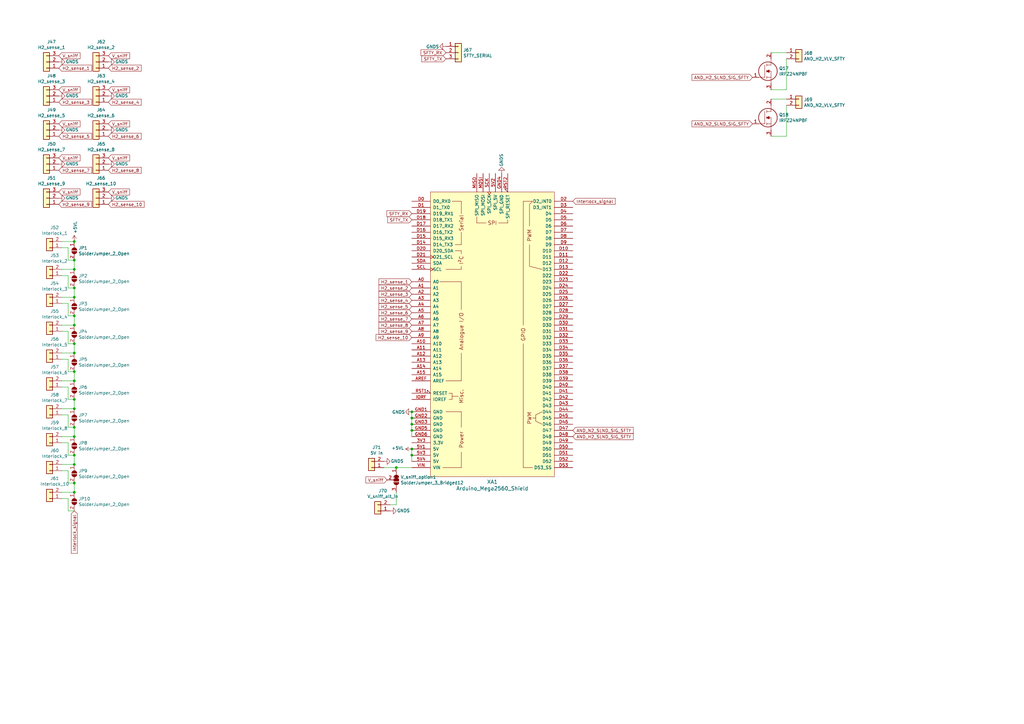
<source format=kicad_sch>
(kicad_sch (version 20211123) (generator eeschema)

  (uuid a5b29066-5627-48f3-9049-b1b1b9c99bc7)

  (paper "A3")

  (lib_symbols
    (symbol "Connector_Generic:Conn_01x02" (pin_names (offset 1.016) hide) (in_bom yes) (on_board yes)
      (property "Reference" "J" (id 0) (at 0 2.54 0)
        (effects (font (size 1.27 1.27)))
      )
      (property "Value" "Conn_01x02" (id 1) (at 0 -5.08 0)
        (effects (font (size 1.27 1.27)))
      )
      (property "Footprint" "" (id 2) (at 0 0 0)
        (effects (font (size 1.27 1.27)) hide)
      )
      (property "Datasheet" "~" (id 3) (at 0 0 0)
        (effects (font (size 1.27 1.27)) hide)
      )
      (property "ki_keywords" "connector" (id 4) (at 0 0 0)
        (effects (font (size 1.27 1.27)) hide)
      )
      (property "ki_description" "Generic connector, single row, 01x02, script generated (kicad-library-utils/schlib/autogen/connector/)" (id 5) (at 0 0 0)
        (effects (font (size 1.27 1.27)) hide)
      )
      (property "ki_fp_filters" "Connector*:*_1x??_*" (id 6) (at 0 0 0)
        (effects (font (size 1.27 1.27)) hide)
      )
      (symbol "Conn_01x02_1_1"
        (rectangle (start -1.27 -2.413) (end 0 -2.667)
          (stroke (width 0.1524) (type default) (color 0 0 0 0))
          (fill (type none))
        )
        (rectangle (start -1.27 0.127) (end 0 -0.127)
          (stroke (width 0.1524) (type default) (color 0 0 0 0))
          (fill (type none))
        )
        (rectangle (start -1.27 1.27) (end 1.27 -3.81)
          (stroke (width 0.254) (type default) (color 0 0 0 0))
          (fill (type background))
        )
        (pin passive line (at -5.08 0 0) (length 3.81)
          (name "Pin_1" (effects (font (size 1.27 1.27))))
          (number "1" (effects (font (size 1.27 1.27))))
        )
        (pin passive line (at -5.08 -2.54 0) (length 3.81)
          (name "Pin_2" (effects (font (size 1.27 1.27))))
          (number "2" (effects (font (size 1.27 1.27))))
        )
      )
    )
    (symbol "Connector_Generic:Conn_01x03" (pin_names (offset 1.016) hide) (in_bom yes) (on_board yes)
      (property "Reference" "J" (id 0) (at 0 5.08 0)
        (effects (font (size 1.27 1.27)))
      )
      (property "Value" "Conn_01x03" (id 1) (at 0 -5.08 0)
        (effects (font (size 1.27 1.27)))
      )
      (property "Footprint" "" (id 2) (at 0 0 0)
        (effects (font (size 1.27 1.27)) hide)
      )
      (property "Datasheet" "~" (id 3) (at 0 0 0)
        (effects (font (size 1.27 1.27)) hide)
      )
      (property "ki_keywords" "connector" (id 4) (at 0 0 0)
        (effects (font (size 1.27 1.27)) hide)
      )
      (property "ki_description" "Generic connector, single row, 01x03, script generated (kicad-library-utils/schlib/autogen/connector/)" (id 5) (at 0 0 0)
        (effects (font (size 1.27 1.27)) hide)
      )
      (property "ki_fp_filters" "Connector*:*_1x??_*" (id 6) (at 0 0 0)
        (effects (font (size 1.27 1.27)) hide)
      )
      (symbol "Conn_01x03_1_1"
        (rectangle (start -1.27 -2.413) (end 0 -2.667)
          (stroke (width 0.1524) (type default) (color 0 0 0 0))
          (fill (type none))
        )
        (rectangle (start -1.27 0.127) (end 0 -0.127)
          (stroke (width 0.1524) (type default) (color 0 0 0 0))
          (fill (type none))
        )
        (rectangle (start -1.27 2.667) (end 0 2.413)
          (stroke (width 0.1524) (type default) (color 0 0 0 0))
          (fill (type none))
        )
        (rectangle (start -1.27 3.81) (end 1.27 -3.81)
          (stroke (width 0.254) (type default) (color 0 0 0 0))
          (fill (type background))
        )
        (pin passive line (at -5.08 2.54 0) (length 3.81)
          (name "Pin_1" (effects (font (size 1.27 1.27))))
          (number "1" (effects (font (size 1.27 1.27))))
        )
        (pin passive line (at -5.08 0 0) (length 3.81)
          (name "Pin_2" (effects (font (size 1.27 1.27))))
          (number "2" (effects (font (size 1.27 1.27))))
        )
        (pin passive line (at -5.08 -2.54 0) (length 3.81)
          (name "Pin_3" (effects (font (size 1.27 1.27))))
          (number "3" (effects (font (size 1.27 1.27))))
        )
      )
    )
    (symbol "Jumper:SolderJumper_2_Open" (pin_names (offset 0) hide) (in_bom yes) (on_board yes)
      (property "Reference" "JP" (id 0) (at 0 2.032 0)
        (effects (font (size 1.27 1.27)))
      )
      (property "Value" "SolderJumper_2_Open" (id 1) (at 0 -2.54 0)
        (effects (font (size 1.27 1.27)))
      )
      (property "Footprint" "" (id 2) (at 0 0 0)
        (effects (font (size 1.27 1.27)) hide)
      )
      (property "Datasheet" "~" (id 3) (at 0 0 0)
        (effects (font (size 1.27 1.27)) hide)
      )
      (property "ki_keywords" "solder jumper SPST" (id 4) (at 0 0 0)
        (effects (font (size 1.27 1.27)) hide)
      )
      (property "ki_description" "Solder Jumper, 2-pole, open" (id 5) (at 0 0 0)
        (effects (font (size 1.27 1.27)) hide)
      )
      (property "ki_fp_filters" "SolderJumper*Open*" (id 6) (at 0 0 0)
        (effects (font (size 1.27 1.27)) hide)
      )
      (symbol "SolderJumper_2_Open_0_1"
        (arc (start -0.254 1.016) (mid -1.27 0) (end -0.254 -1.016)
          (stroke (width 0) (type default) (color 0 0 0 0))
          (fill (type none))
        )
        (arc (start -0.254 1.016) (mid -1.27 0) (end -0.254 -1.016)
          (stroke (width 0) (type default) (color 0 0 0 0))
          (fill (type outline))
        )
        (polyline
          (pts
            (xy -0.254 1.016)
            (xy -0.254 -1.016)
          )
          (stroke (width 0) (type default) (color 0 0 0 0))
          (fill (type none))
        )
        (polyline
          (pts
            (xy 0.254 1.016)
            (xy 0.254 -1.016)
          )
          (stroke (width 0) (type default) (color 0 0 0 0))
          (fill (type none))
        )
        (arc (start 0.254 -1.016) (mid 1.27 0) (end 0.254 1.016)
          (stroke (width 0) (type default) (color 0 0 0 0))
          (fill (type none))
        )
        (arc (start 0.254 -1.016) (mid 1.27 0) (end 0.254 1.016)
          (stroke (width 0) (type default) (color 0 0 0 0))
          (fill (type outline))
        )
      )
      (symbol "SolderJumper_2_Open_1_1"
        (pin passive line (at -3.81 0 0) (length 2.54)
          (name "A" (effects (font (size 1.27 1.27))))
          (number "1" (effects (font (size 1.27 1.27))))
        )
        (pin passive line (at 3.81 0 180) (length 2.54)
          (name "B" (effects (font (size 1.27 1.27))))
          (number "2" (effects (font (size 1.27 1.27))))
        )
      )
    )
    (symbol "SCU-rig-control-rescue:Arduino_Mega2560_Shield-Arduino" (pin_names (offset 1.016)) (in_bom yes) (on_board yes)
      (property "Reference" "XA" (id 0) (at 2.54 0 90)
        (effects (font (size 1.524 1.524)))
      )
      (property "Value" "Arduino_Mega2560_Shield-Arduino" (id 1) (at -2.54 0 90)
        (effects (font (size 1.524 1.524)))
      )
      (property "Footprint" "" (id 2) (at 17.78 69.85 0)
        (effects (font (size 1.524 1.524)) hide)
      )
      (property "Datasheet" "" (id 3) (at 17.78 69.85 0)
        (effects (font (size 1.524 1.524)) hide)
      )
      (property "ki_fp_filters" "Arduino_Mega2560_Shield" (id 4) (at 0 0 0)
        (effects (font (size 1.27 1.27)) hide)
      )
      (symbol "Arduino_Mega2560_Shield-Arduino_0_0"
        (rectangle (start -25.4 -58.42) (end 25.4 58.42)
          (stroke (width 0) (type default) (color 0 0 0 0))
          (fill (type background))
        )
        (rectangle (start -20.32 -54.61) (end -12.7 -54.61)
          (stroke (width 0) (type default) (color 0 0 0 0))
          (fill (type none))
        )
        (rectangle (start -19.05 -31.75) (end -12.7 -31.75)
          (stroke (width 0) (type default) (color 0 0 0 0))
          (fill (type none))
        )
        (rectangle (start -19.05 -19.05) (end -12.7 -19.05)
          (stroke (width 0) (type default) (color 0 0 0 0))
          (fill (type none))
        )
        (rectangle (start -19.05 26.67) (end -12.7 26.67)
          (stroke (width 0) (type default) (color 0 0 0 0))
          (fill (type none))
        )
        (rectangle (start -17.78 -26.67) (end -16.51 -26.67)
          (stroke (width 0) (type default) (color 0 0 0 0))
          (fill (type none))
        )
        (rectangle (start -17.78 -24.13) (end -16.51 -24.13)
          (stroke (width 0) (type default) (color 0 0 0 0))
          (fill (type none))
        )
        (rectangle (start -16.51 -25.4) (end -13.97 -25.4)
          (stroke (width 0) (type default) (color 0 0 0 0))
          (fill (type none))
        )
        (rectangle (start -16.51 -24.13) (end -16.51 -26.67)
          (stroke (width 0) (type default) (color 0 0 0 0))
          (fill (type none))
        )
        (rectangle (start -16.51 54.61) (end -12.7 54.61)
          (stroke (width 0) (type default) (color 0 0 0 0))
          (fill (type none))
        )
        (rectangle (start -15.24 34.29) (end -12.7 34.29)
          (stroke (width 0) (type default) (color 0 0 0 0))
          (fill (type none))
        )
        (rectangle (start -15.24 36.83) (end -12.7 36.83)
          (stroke (width 0) (type default) (color 0 0 0 0))
          (fill (type none))
        )
        (rectangle (start -12.7 -54.61) (end -12.7 -48.26)
          (stroke (width 0) (type default) (color 0 0 0 0))
          (fill (type none))
        )
        (rectangle (start -12.7 -31.75) (end -12.7 -38.1)
          (stroke (width 0) (type default) (color 0 0 0 0))
          (fill (type none))
        )
        (rectangle (start -12.7 26.67) (end -12.7 27.94)
          (stroke (width 0) (type default) (color 0 0 0 0))
          (fill (type none))
        )
        (rectangle (start -12.7 34.29) (end -12.7 33.02)
          (stroke (width 0) (type default) (color 0 0 0 0))
          (fill (type none))
        )
        (rectangle (start -12.7 41.91) (end -12.7 36.83)
          (stroke (width 0) (type default) (color 0 0 0 0))
          (fill (type none))
        )
        (rectangle (start -12.7 49.53) (end -12.7 54.61)
          (stroke (width 0) (type default) (color 0 0 0 0))
          (fill (type none))
        )
        (rectangle (start -6.35 48.26) (end -6.35 45.72)
          (stroke (width 0) (type default) (color 0 0 0 0))
          (fill (type none))
        )
        (rectangle (start -2.54 45.72) (end -6.35 45.72)
          (stroke (width 0) (type default) (color 0 0 0 0))
          (fill (type none))
        )
        (polyline
          (pts
            (xy -21.59 21.59)
            (xy -12.7 21.59)
          )
          (stroke (width 0) (type default) (color 0 0 0 0))
          (fill (type none))
        )
        (polyline
          (pts
            (xy -12.7 -19.05)
            (xy -12.7 -7.62)
          )
          (stroke (width 0) (type default) (color 0 0 0 0))
          (fill (type none))
        )
        (polyline
          (pts
            (xy -12.7 10.16)
            (xy -12.7 21.59)
          )
          (stroke (width 0) (type default) (color 0 0 0 0))
          (fill (type none))
        )
        (polyline
          (pts
            (xy 12.7 -54.61)
            (xy 16.51 -54.61)
          )
          (stroke (width 0) (type default) (color 0 0 0 0))
          (fill (type none))
        )
        (polyline
          (pts
            (xy 12.7 54.61)
            (xy 16.51 54.61)
          )
          (stroke (width 0) (type default) (color 0 0 0 0))
          (fill (type none))
        )
        (polyline
          (pts
            (xy 17.78 -34.29)
            (xy 16.51 -34.29)
          )
          (stroke (width 0) (type default) (color 0 0 0 0))
          (fill (type none))
        )
        (polyline
          (pts
            (xy 15.24 36.83)
            (xy 15.24 27.94)
            (xy 20.32 26.67)
          )
          (stroke (width 0) (type default) (color 0 0 0 0))
          (fill (type none))
        )
        (polyline
          (pts
            (xy 15.24 44.45)
            (xy 15.24 53.34)
            (xy 16.51 54.61)
          )
          (stroke (width 0) (type default) (color 0 0 0 0))
          (fill (type none))
        )
        (polyline
          (pts
            (xy 20.32 -31.75)
            (xy 17.78 -33.02)
            (xy 17.78 -35.56)
            (xy 20.32 -36.83)
          )
          (stroke (width 0) (type default) (color 0 0 0 0))
          (fill (type none))
        )
        (rectangle (start 6.35 45.72) (end 2.54 45.72)
          (stroke (width 0) (type default) (color 0 0 0 0))
          (fill (type none))
        )
        (rectangle (start 6.35 46.99) (end 6.35 45.72)
          (stroke (width 0) (type default) (color 0 0 0 0))
          (fill (type none))
        )
        (text "Analogue I/O" (at -12.7 1.27 900)
          (effects (font (size 1.524 1.524)))
        )
        (text "I²C" (at -12.7 30.48 900)
          (effects (font (size 1.524 1.524)))
        )
        (text "Misc." (at -12.7 -25.4 900)
          (effects (font (size 1.524 1.524)))
        )
        (text "Power" (at -12.7 -43.18 900)
          (effects (font (size 1.524 1.524)))
        )
        (text "PWM" (at 15.24 -34.29 900)
          (effects (font (size 1.524 1.524)))
        )
        (text "PWM" (at 15.24 40.64 900)
          (effects (font (size 1.524 1.524)))
        )
        (text "Serial" (at -12.7 45.72 900)
          (effects (font (size 1.524 1.524)))
        )
        (text "SPI" (at 0 45.72 0)
          (effects (font (size 1.524 1.524)))
        )
      )
      (symbol "Arduino_Mega2560_Shield-Arduino_1_0"
        (rectangle (start 12.7 -54.61) (end 12.7 -3.81)
          (stroke (width 0) (type default) (color 0 0 0 0))
          (fill (type none))
        )
        (rectangle (start 12.7 54.61) (end 12.7 3.81)
          (stroke (width 0) (type default) (color 0 0 0 0))
          (fill (type none))
        )
        (text "GPIO" (at 12.7 0 900)
          (effects (font (size 1.524 1.524)))
        )
      )
      (symbol "Arduino_Mega2560_Shield-Arduino_1_1"
        (pin power_in line (at -33.02 -44.45 0) (length 7.62)
          (name "3.3V" (effects (font (size 1.27 1.27))))
          (number "3V3" (effects (font (size 1.27 1.27))))
        )
        (pin power_in line (at -33.02 -46.99 0) (length 7.62)
          (name "5V" (effects (font (size 1.27 1.27))))
          (number "5V1" (effects (font (size 1.27 1.27))))
        )
        (pin power_in line (at 1.27 66.04 270) (length 7.62)
          (name "SPI_5V" (effects (font (size 1.27 1.27))))
          (number "5V2" (effects (font (size 1.27 1.27))))
        )
        (pin power_in line (at -33.02 -49.53 0) (length 7.62)
          (name "5V" (effects (font (size 1.27 1.27))))
          (number "5V3" (effects (font (size 1.27 1.27))))
        )
        (pin power_in line (at -33.02 -52.07 0) (length 7.62)
          (name "5V" (effects (font (size 1.27 1.27))))
          (number "5V4" (effects (font (size 1.27 1.27))))
        )
        (pin bidirectional line (at -33.02 21.59 0) (length 7.62)
          (name "A0" (effects (font (size 1.27 1.27))))
          (number "A0" (effects (font (size 1.27 1.27))))
        )
        (pin bidirectional line (at -33.02 19.05 0) (length 7.62)
          (name "A1" (effects (font (size 1.27 1.27))))
          (number "A1" (effects (font (size 1.27 1.27))))
        )
        (pin bidirectional line (at -33.02 -3.81 0) (length 7.62)
          (name "A10" (effects (font (size 1.27 1.27))))
          (number "A10" (effects (font (size 1.27 1.27))))
        )
        (pin bidirectional line (at -33.02 -6.35 0) (length 7.62)
          (name "A11" (effects (font (size 1.27 1.27))))
          (number "A11" (effects (font (size 1.27 1.27))))
        )
        (pin bidirectional line (at -33.02 -8.89 0) (length 7.62)
          (name "A12" (effects (font (size 1.27 1.27))))
          (number "A12" (effects (font (size 1.27 1.27))))
        )
        (pin bidirectional line (at -33.02 -11.43 0) (length 7.62)
          (name "A13" (effects (font (size 1.27 1.27))))
          (number "A13" (effects (font (size 1.27 1.27))))
        )
        (pin bidirectional line (at -33.02 -13.97 0) (length 7.62)
          (name "A14" (effects (font (size 1.27 1.27))))
          (number "A14" (effects (font (size 1.27 1.27))))
        )
        (pin bidirectional line (at -33.02 -16.51 0) (length 7.62)
          (name "A15" (effects (font (size 1.27 1.27))))
          (number "A15" (effects (font (size 1.27 1.27))))
        )
        (pin bidirectional line (at -33.02 16.51 0) (length 7.62)
          (name "A2" (effects (font (size 1.27 1.27))))
          (number "A2" (effects (font (size 1.27 1.27))))
        )
        (pin bidirectional line (at -33.02 13.97 0) (length 7.62)
          (name "A3" (effects (font (size 1.27 1.27))))
          (number "A3" (effects (font (size 1.27 1.27))))
        )
        (pin bidirectional line (at -33.02 11.43 0) (length 7.62)
          (name "A4" (effects (font (size 1.27 1.27))))
          (number "A4" (effects (font (size 1.27 1.27))))
        )
        (pin bidirectional line (at -33.02 8.89 0) (length 7.62)
          (name "A5" (effects (font (size 1.27 1.27))))
          (number "A5" (effects (font (size 1.27 1.27))))
        )
        (pin bidirectional line (at -33.02 6.35 0) (length 7.62)
          (name "A6" (effects (font (size 1.27 1.27))))
          (number "A6" (effects (font (size 1.27 1.27))))
        )
        (pin bidirectional line (at -33.02 3.81 0) (length 7.62)
          (name "A7" (effects (font (size 1.27 1.27))))
          (number "A7" (effects (font (size 1.27 1.27))))
        )
        (pin bidirectional line (at -33.02 1.27 0) (length 7.62)
          (name "A8" (effects (font (size 1.27 1.27))))
          (number "A8" (effects (font (size 1.27 1.27))))
        )
        (pin bidirectional line (at -33.02 -1.27 0) (length 7.62)
          (name "A9" (effects (font (size 1.27 1.27))))
          (number "A9" (effects (font (size 1.27 1.27))))
        )
        (pin input line (at -33.02 -19.05 0) (length 7.62)
          (name "AREF" (effects (font (size 1.27 1.27))))
          (number "AREF" (effects (font (size 1.27 1.27))))
        )
        (pin bidirectional line (at -33.02 54.61 0) (length 7.62)
          (name "D0_RX0" (effects (font (size 1.27 1.27))))
          (number "D0" (effects (font (size 1.27 1.27))))
        )
        (pin bidirectional line (at -33.02 52.07 0) (length 7.62)
          (name "D1_TX0" (effects (font (size 1.27 1.27))))
          (number "D1" (effects (font (size 1.27 1.27))))
        )
        (pin bidirectional line (at 33.02 34.29 180) (length 7.62)
          (name "D10" (effects (font (size 1.27 1.27))))
          (number "D10" (effects (font (size 1.27 1.27))))
        )
        (pin bidirectional line (at 33.02 31.75 180) (length 7.62)
          (name "D11" (effects (font (size 1.27 1.27))))
          (number "D11" (effects (font (size 1.27 1.27))))
        )
        (pin bidirectional line (at 33.02 29.21 180) (length 7.62)
          (name "D12" (effects (font (size 1.27 1.27))))
          (number "D12" (effects (font (size 1.27 1.27))))
        )
        (pin bidirectional line (at 33.02 26.67 180) (length 7.62)
          (name "D13" (effects (font (size 1.27 1.27))))
          (number "D13" (effects (font (size 1.27 1.27))))
        )
        (pin bidirectional line (at -33.02 36.83 0) (length 7.62)
          (name "D14_TX3" (effects (font (size 1.27 1.27))))
          (number "D14" (effects (font (size 1.27 1.27))))
        )
        (pin bidirectional line (at -33.02 39.37 0) (length 7.62)
          (name "D15_RX3" (effects (font (size 1.27 1.27))))
          (number "D15" (effects (font (size 1.27 1.27))))
        )
        (pin bidirectional line (at -33.02 41.91 0) (length 7.62)
          (name "D16_TX2" (effects (font (size 1.27 1.27))))
          (number "D16" (effects (font (size 1.27 1.27))))
        )
        (pin bidirectional line (at -33.02 44.45 0) (length 7.62)
          (name "D17_RX2" (effects (font (size 1.27 1.27))))
          (number "D17" (effects (font (size 1.27 1.27))))
        )
        (pin bidirectional line (at -33.02 46.99 0) (length 7.62)
          (name "D18_TX1" (effects (font (size 1.27 1.27))))
          (number "D18" (effects (font (size 1.27 1.27))))
        )
        (pin bidirectional line (at -33.02 49.53 0) (length 7.62)
          (name "D19_RX1" (effects (font (size 1.27 1.27))))
          (number "D19" (effects (font (size 1.27 1.27))))
        )
        (pin bidirectional line (at 33.02 54.61 180) (length 7.62)
          (name "D2_INT0" (effects (font (size 1.27 1.27))))
          (number "D2" (effects (font (size 1.27 1.27))))
        )
        (pin bidirectional line (at -33.02 34.29 0) (length 7.62)
          (name "D20_SDA" (effects (font (size 1.27 1.27))))
          (number "D20" (effects (font (size 1.27 1.27))))
        )
        (pin bidirectional clock (at -33.02 31.75 0) (length 7.62)
          (name "D21_SCL" (effects (font (size 1.27 1.27))))
          (number "D21" (effects (font (size 1.27 1.27))))
        )
        (pin bidirectional line (at 33.02 24.13 180) (length 7.62)
          (name "D22" (effects (font (size 1.27 1.27))))
          (number "D22" (effects (font (size 1.27 1.27))))
        )
        (pin bidirectional line (at 33.02 21.59 180) (length 7.62)
          (name "D23" (effects (font (size 1.27 1.27))))
          (number "D23" (effects (font (size 1.27 1.27))))
        )
        (pin bidirectional line (at 33.02 19.05 180) (length 7.62)
          (name "D24" (effects (font (size 1.27 1.27))))
          (number "D24" (effects (font (size 1.27 1.27))))
        )
        (pin bidirectional line (at 33.02 16.51 180) (length 7.62)
          (name "D25" (effects (font (size 1.27 1.27))))
          (number "D25" (effects (font (size 1.27 1.27))))
        )
        (pin bidirectional line (at 33.02 13.97 180) (length 7.62)
          (name "D26" (effects (font (size 1.27 1.27))))
          (number "D26" (effects (font (size 1.27 1.27))))
        )
        (pin bidirectional line (at 33.02 11.43 180) (length 7.62)
          (name "D27" (effects (font (size 1.27 1.27))))
          (number "D27" (effects (font (size 1.27 1.27))))
        )
        (pin bidirectional line (at 33.02 8.89 180) (length 7.62)
          (name "D28" (effects (font (size 1.27 1.27))))
          (number "D28" (effects (font (size 1.27 1.27))))
        )
        (pin bidirectional line (at 33.02 6.35 180) (length 7.62)
          (name "D29" (effects (font (size 1.27 1.27))))
          (number "D29" (effects (font (size 1.27 1.27))))
        )
        (pin bidirectional line (at 33.02 52.07 180) (length 7.62)
          (name "D3_INT1" (effects (font (size 1.27 1.27))))
          (number "D3" (effects (font (size 1.27 1.27))))
        )
        (pin bidirectional line (at 33.02 3.81 180) (length 7.62)
          (name "D30" (effects (font (size 1.27 1.27))))
          (number "D30" (effects (font (size 1.27 1.27))))
        )
        (pin bidirectional line (at 33.02 1.27 180) (length 7.62)
          (name "D31" (effects (font (size 1.27 1.27))))
          (number "D31" (effects (font (size 1.27 1.27))))
        )
        (pin bidirectional line (at 33.02 -1.27 180) (length 7.62)
          (name "D32" (effects (font (size 1.27 1.27))))
          (number "D32" (effects (font (size 1.27 1.27))))
        )
        (pin bidirectional line (at 33.02 -3.81 180) (length 7.62)
          (name "D33" (effects (font (size 1.27 1.27))))
          (number "D33" (effects (font (size 1.27 1.27))))
        )
        (pin bidirectional line (at 33.02 -6.35 180) (length 7.62)
          (name "D34" (effects (font (size 1.27 1.27))))
          (number "D34" (effects (font (size 1.27 1.27))))
        )
        (pin bidirectional line (at 33.02 -8.89 180) (length 7.62)
          (name "D35" (effects (font (size 1.27 1.27))))
          (number "D35" (effects (font (size 1.27 1.27))))
        )
        (pin bidirectional line (at 33.02 -11.43 180) (length 7.62)
          (name "D36" (effects (font (size 1.27 1.27))))
          (number "D36" (effects (font (size 1.27 1.27))))
        )
        (pin bidirectional line (at 33.02 -13.97 180) (length 7.62)
          (name "D37" (effects (font (size 1.27 1.27))))
          (number "D37" (effects (font (size 1.27 1.27))))
        )
        (pin bidirectional line (at 33.02 -16.51 180) (length 7.62)
          (name "D38" (effects (font (size 1.27 1.27))))
          (number "D38" (effects (font (size 1.27 1.27))))
        )
        (pin bidirectional line (at 33.02 -19.05 180) (length 7.62)
          (name "D39" (effects (font (size 1.27 1.27))))
          (number "D39" (effects (font (size 1.27 1.27))))
        )
        (pin bidirectional line (at 33.02 49.53 180) (length 7.62)
          (name "D4" (effects (font (size 1.27 1.27))))
          (number "D4" (effects (font (size 1.27 1.27))))
        )
        (pin bidirectional line (at 33.02 -21.59 180) (length 7.62)
          (name "D40" (effects (font (size 1.27 1.27))))
          (number "D40" (effects (font (size 1.27 1.27))))
        )
        (pin bidirectional line (at 33.02 -24.13 180) (length 7.62)
          (name "D41" (effects (font (size 1.27 1.27))))
          (number "D41" (effects (font (size 1.27 1.27))))
        )
        (pin bidirectional line (at 33.02 -26.67 180) (length 7.62)
          (name "D42" (effects (font (size 1.27 1.27))))
          (number "D42" (effects (font (size 1.27 1.27))))
        )
        (pin bidirectional line (at 33.02 -29.21 180) (length 7.62)
          (name "D43" (effects (font (size 1.27 1.27))))
          (number "D43" (effects (font (size 1.27 1.27))))
        )
        (pin bidirectional line (at 33.02 -31.75 180) (length 7.62)
          (name "D44" (effects (font (size 1.27 1.27))))
          (number "D44" (effects (font (size 1.27 1.27))))
        )
        (pin bidirectional line (at 33.02 -34.29 180) (length 7.62)
          (name "D45" (effects (font (size 1.27 1.27))))
          (number "D45" (effects (font (size 1.27 1.27))))
        )
        (pin bidirectional line (at 33.02 -36.83 180) (length 7.62)
          (name "D46" (effects (font (size 1.27 1.27))))
          (number "D46" (effects (font (size 1.27 1.27))))
        )
        (pin bidirectional line (at 33.02 -39.37 180) (length 7.62)
          (name "D47" (effects (font (size 1.27 1.27))))
          (number "D47" (effects (font (size 1.27 1.27))))
        )
        (pin bidirectional line (at 33.02 -41.91 180) (length 7.62)
          (name "D48" (effects (font (size 1.27 1.27))))
          (number "D48" (effects (font (size 1.27 1.27))))
        )
        (pin bidirectional line (at 33.02 -44.45 180) (length 7.62)
          (name "D49" (effects (font (size 1.27 1.27))))
          (number "D49" (effects (font (size 1.27 1.27))))
        )
        (pin bidirectional line (at 33.02 46.99 180) (length 7.62)
          (name "D5" (effects (font (size 1.27 1.27))))
          (number "D5" (effects (font (size 1.27 1.27))))
        )
        (pin bidirectional line (at 33.02 -46.99 180) (length 7.62)
          (name "D50" (effects (font (size 1.27 1.27))))
          (number "D50" (effects (font (size 1.27 1.27))))
        )
        (pin bidirectional line (at 33.02 -49.53 180) (length 7.62)
          (name "D51" (effects (font (size 1.27 1.27))))
          (number "D51" (effects (font (size 1.27 1.27))))
        )
        (pin bidirectional line (at 33.02 -52.07 180) (length 7.62)
          (name "D52" (effects (font (size 1.27 1.27))))
          (number "D52" (effects (font (size 1.27 1.27))))
        )
        (pin bidirectional line (at 33.02 -54.61 180) (length 7.62)
          (name "D53_SS" (effects (font (size 1.27 1.27))))
          (number "D53" (effects (font (size 1.27 1.27))))
        )
        (pin bidirectional line (at 33.02 44.45 180) (length 7.62)
          (name "D6" (effects (font (size 1.27 1.27))))
          (number "D6" (effects (font (size 1.27 1.27))))
        )
        (pin bidirectional line (at 33.02 41.91 180) (length 7.62)
          (name "D7" (effects (font (size 1.27 1.27))))
          (number "D7" (effects (font (size 1.27 1.27))))
        )
        (pin bidirectional line (at 33.02 39.37 180) (length 7.62)
          (name "D8" (effects (font (size 1.27 1.27))))
          (number "D8" (effects (font (size 1.27 1.27))))
        )
        (pin bidirectional line (at 33.02 36.83 180) (length 7.62)
          (name "D9" (effects (font (size 1.27 1.27))))
          (number "D9" (effects (font (size 1.27 1.27))))
        )
        (pin power_in line (at -33.02 -31.75 0) (length 7.62)
          (name "GND" (effects (font (size 1.27 1.27))))
          (number "GND1" (effects (font (size 1.27 1.27))))
        )
        (pin power_in line (at -33.02 -34.29 0) (length 7.62)
          (name "GND" (effects (font (size 1.27 1.27))))
          (number "GND2" (effects (font (size 1.27 1.27))))
        )
        (pin power_in line (at -33.02 -36.83 0) (length 7.62)
          (name "GND" (effects (font (size 1.27 1.27))))
          (number "GND3" (effects (font (size 1.27 1.27))))
        )
        (pin power_in line (at 3.81 66.04 270) (length 7.62)
          (name "SPI_GND" (effects (font (size 1.27 1.27))))
          (number "GND4" (effects (font (size 1.27 1.27))))
        )
        (pin power_in line (at -33.02 -39.37 0) (length 7.62)
          (name "GND" (effects (font (size 1.27 1.27))))
          (number "GND5" (effects (font (size 1.27 1.27))))
        )
        (pin power_in line (at -33.02 -41.91 0) (length 7.62)
          (name "GND" (effects (font (size 1.27 1.27))))
          (number "GND6" (effects (font (size 1.27 1.27))))
        )
        (pin output line (at -33.02 -26.67 0) (length 7.62)
          (name "IOREF" (effects (font (size 1.27 1.27))))
          (number "IORF" (effects (font (size 1.27 1.27))))
        )
        (pin input line (at -6.35 66.04 270) (length 7.62)
          (name "SPI_MISO" (effects (font (size 1.27 1.27))))
          (number "MISO" (effects (font (size 1.27 1.27))))
        )
        (pin output line (at -3.81 66.04 270) (length 7.62)
          (name "SPI_MOSI" (effects (font (size 1.27 1.27))))
          (number "MOSI" (effects (font (size 1.27 1.27))))
        )
        (pin open_collector input_low (at -33.02 -24.13 0) (length 7.62)
          (name "RESET" (effects (font (size 1.27 1.27))))
          (number "RST1" (effects (font (size 1.27 1.27))))
        )
        (pin open_collector input_low (at 6.35 66.04 270) (length 7.62)
          (name "SPI_RESET" (effects (font (size 1.27 1.27))))
          (number "RST2" (effects (font (size 1.27 1.27))))
        )
        (pin output clock (at -1.27 66.04 270) (length 7.62)
          (name "SPI_SCK" (effects (font (size 1.27 1.27))))
          (number "SCK" (effects (font (size 1.27 1.27))))
        )
        (pin bidirectional clock (at -33.02 26.67 0) (length 7.62)
          (name "SCL" (effects (font (size 1.27 1.27))))
          (number "SCL" (effects (font (size 1.27 1.27))))
        )
        (pin bidirectional line (at -33.02 29.21 0) (length 7.62)
          (name "SDA" (effects (font (size 1.27 1.27))))
          (number "SDA" (effects (font (size 1.27 1.27))))
        )
        (pin power_in line (at -33.02 -54.61 0) (length 7.62)
          (name "VIN" (effects (font (size 1.27 1.27))))
          (number "VIN" (effects (font (size 1.27 1.27))))
        )
      )
    )
    (symbol "SCU-rig-control-rescue:IRFZ24NPBF-SamacSys_Parts" (pin_names (offset 0.762)) (in_bom yes) (on_board yes)
      (property "Reference" "Q" (id 0) (at 11.43 3.81 0)
        (effects (font (size 1.27 1.27)) (justify left))
      )
      (property "Value" "IRFZ24NPBF-SamacSys_Parts" (id 1) (at 11.43 1.27 0)
        (effects (font (size 1.27 1.27)) (justify left))
      )
      (property "Footprint" "TO254P469X1042X1967-3P" (id 2) (at 11.43 -1.27 0)
        (effects (font (size 1.27 1.27)) (justify left) hide)
      )
      (property "Datasheet" "" (id 3) (at 11.43 -3.81 0)
        (effects (font (size 1.27 1.27)) (justify left) hide)
      )
      (property "Description" "HEXFET POWER MOSFET N-CHANNEL" (id 4) (at 11.43 -6.35 0)
        (effects (font (size 1.27 1.27)) (justify left) hide)
      )
      (property "Height" "4.69" (id 5) (at 11.43 -8.89 0)
        (effects (font (size 1.27 1.27)) (justify left) hide)
      )
      (property "Mouser Part Number" "942-IRFZ24NPBF" (id 6) (at 11.43 -11.43 0)
        (effects (font (size 1.27 1.27)) (justify left) hide)
      )
      (property "Mouser Price/Stock" "https://www.mouser.co.uk/ProductDetail/Infineon-IR/IRFZ24NPBF?qs=9%252BKlkBgLFf0TQgSTtY4J0g%3D%3D" (id 7) (at 11.43 -13.97 0)
        (effects (font (size 1.27 1.27)) (justify left) hide)
      )
      (property "Manufacturer_Name" "Infineon" (id 8) (at 11.43 -16.51 0)
        (effects (font (size 1.27 1.27)) (justify left) hide)
      )
      (property "Manufacturer_Part_Number" "IRFZ24NPBF" (id 9) (at 11.43 -19.05 0)
        (effects (font (size 1.27 1.27)) (justify left) hide)
      )
      (symbol "IRFZ24NPBF-SamacSys_Parts_0_0"
        (pin passive line (at 0 0 0) (length 2.54)
          (name "~" (effects (font (size 1.27 1.27))))
          (number "1" (effects (font (size 1.27 1.27))))
        )
        (pin passive line (at 7.62 10.16 270) (length 2.54)
          (name "~" (effects (font (size 1.27 1.27))))
          (number "2" (effects (font (size 1.27 1.27))))
        )
        (pin passive line (at 7.62 -5.08 90) (length 2.54)
          (name "~" (effects (font (size 1.27 1.27))))
          (number "3" (effects (font (size 1.27 1.27))))
        )
      )
      (symbol "IRFZ24NPBF-SamacSys_Parts_0_1"
        (polyline
          (pts
            (xy 5.842 -0.508)
            (xy 5.842 0.508)
          )
          (stroke (width 0.1524) (type default) (color 0 0 0 0))
          (fill (type none))
        )
        (polyline
          (pts
            (xy 5.842 0)
            (xy 7.62 0)
          )
          (stroke (width 0.1524) (type default) (color 0 0 0 0))
          (fill (type none))
        )
        (polyline
          (pts
            (xy 5.842 2.032)
            (xy 5.842 3.048)
          )
          (stroke (width 0.1524) (type default) (color 0 0 0 0))
          (fill (type none))
        )
        (polyline
          (pts
            (xy 5.842 5.588)
            (xy 5.842 4.572)
          )
          (stroke (width 0.1524) (type default) (color 0 0 0 0))
          (fill (type none))
        )
        (polyline
          (pts
            (xy 7.62 2.54)
            (xy 5.842 2.54)
          )
          (stroke (width 0.1524) (type default) (color 0 0 0 0))
          (fill (type none))
        )
        (polyline
          (pts
            (xy 7.62 2.54)
            (xy 7.62 -2.54)
          )
          (stroke (width 0.1524) (type default) (color 0 0 0 0))
          (fill (type none))
        )
        (polyline
          (pts
            (xy 7.62 5.08)
            (xy 5.842 5.08)
          )
          (stroke (width 0.1524) (type default) (color 0 0 0 0))
          (fill (type none))
        )
        (polyline
          (pts
            (xy 7.62 5.08)
            (xy 7.62 7.62)
          )
          (stroke (width 0.1524) (type default) (color 0 0 0 0))
          (fill (type none))
        )
        (polyline
          (pts
            (xy 2.54 0)
            (xy 5.08 0)
            (xy 5.08 5.08)
          )
          (stroke (width 0.1524) (type default) (color 0 0 0 0))
          (fill (type none))
        )
        (polyline
          (pts
            (xy 5.842 2.54)
            (xy 6.858 3.048)
            (xy 6.858 2.032)
            (xy 5.842 2.54)
          )
          (stroke (width 0.254) (type default) (color 0 0 0 0))
          (fill (type outline))
        )
        (circle (center 6.35 2.54) (radius 3.81)
          (stroke (width 0.254) (type default) (color 0 0 0 0))
          (fill (type none))
        )
      )
    )
    (symbol "SCU-rig-control-rescue:SolderJumper_3_Bridged12-Jumper" (pin_names (offset 0) hide) (in_bom yes) (on_board yes)
      (property "Reference" "JP" (id 0) (at -2.54 -2.54 0)
        (effects (font (size 1.27 1.27)))
      )
      (property "Value" "SolderJumper_3_Bridged12-Jumper" (id 1) (at 0 2.794 0)
        (effects (font (size 1.27 1.27)))
      )
      (property "Footprint" "" (id 2) (at 0 0 0)
        (effects (font (size 1.27 1.27)) hide)
      )
      (property "Datasheet" "" (id 3) (at 0 0 0)
        (effects (font (size 1.27 1.27)) hide)
      )
      (property "ki_fp_filters" "SolderJumper*Bridged12*" (id 4) (at 0 0 0)
        (effects (font (size 1.27 1.27)) hide)
      )
      (symbol "SolderJumper_3_Bridged12-Jumper_0_1"
        (rectangle (start -1.016 0.508) (end -0.508 -0.508)
          (stroke (width 0) (type default) (color 0 0 0 0))
          (fill (type outline))
        )
        (arc (start -1.016 1.016) (mid -2.032 0) (end -1.016 -1.016)
          (stroke (width 0) (type default) (color 0 0 0 0))
          (fill (type none))
        )
        (arc (start -1.016 1.016) (mid -2.032 0) (end -1.016 -1.016)
          (stroke (width 0) (type default) (color 0 0 0 0))
          (fill (type outline))
        )
        (rectangle (start -0.508 1.016) (end 0.508 -1.016)
          (stroke (width 0) (type default) (color 0 0 0 0))
          (fill (type outline))
        )
        (polyline
          (pts
            (xy -2.54 0)
            (xy -2.032 0)
          )
          (stroke (width 0) (type default) (color 0 0 0 0))
          (fill (type none))
        )
        (polyline
          (pts
            (xy -1.016 1.016)
            (xy -1.016 -1.016)
          )
          (stroke (width 0) (type default) (color 0 0 0 0))
          (fill (type none))
        )
        (polyline
          (pts
            (xy 0 -1.27)
            (xy 0 -1.016)
          )
          (stroke (width 0) (type default) (color 0 0 0 0))
          (fill (type none))
        )
        (polyline
          (pts
            (xy 1.016 1.016)
            (xy 1.016 -1.016)
          )
          (stroke (width 0) (type default) (color 0 0 0 0))
          (fill (type none))
        )
        (polyline
          (pts
            (xy 2.54 0)
            (xy 2.032 0)
          )
          (stroke (width 0) (type default) (color 0 0 0 0))
          (fill (type none))
        )
        (arc (start 1.016 -1.016) (mid 2.032 0) (end 1.016 1.016)
          (stroke (width 0) (type default) (color 0 0 0 0))
          (fill (type none))
        )
        (arc (start 1.016 -1.016) (mid 2.032 0) (end 1.016 1.016)
          (stroke (width 0) (type default) (color 0 0 0 0))
          (fill (type outline))
        )
      )
      (symbol "SolderJumper_3_Bridged12-Jumper_1_1"
        (pin passive line (at -5.08 0 0) (length 2.54)
          (name "A" (effects (font (size 1.27 1.27))))
          (number "1" (effects (font (size 1.27 1.27))))
        )
        (pin input line (at 0 -3.81 90) (length 2.54)
          (name "C" (effects (font (size 1.27 1.27))))
          (number "2" (effects (font (size 1.27 1.27))))
        )
        (pin passive line (at 5.08 0 180) (length 2.54)
          (name "B" (effects (font (size 1.27 1.27))))
          (number "3" (effects (font (size 1.27 1.27))))
        )
      )
    )
    (symbol "power:+5VL" (power) (pin_names (offset 0)) (in_bom yes) (on_board yes)
      (property "Reference" "#PWR" (id 0) (at 0 -3.81 0)
        (effects (font (size 1.27 1.27)) hide)
      )
      (property "Value" "+5VL" (id 1) (at 0 3.556 0)
        (effects (font (size 1.27 1.27)))
      )
      (property "Footprint" "" (id 2) (at 0 0 0)
        (effects (font (size 1.27 1.27)) hide)
      )
      (property "Datasheet" "" (id 3) (at 0 0 0)
        (effects (font (size 1.27 1.27)) hide)
      )
      (property "ki_keywords" "power-flag" (id 4) (at 0 0 0)
        (effects (font (size 1.27 1.27)) hide)
      )
      (property "ki_description" "Power symbol creates a global label with name \"+5VL\"" (id 5) (at 0 0 0)
        (effects (font (size 1.27 1.27)) hide)
      )
      (symbol "+5VL_0_1"
        (polyline
          (pts
            (xy -0.762 1.27)
            (xy 0 2.54)
          )
          (stroke (width 0) (type default) (color 0 0 0 0))
          (fill (type none))
        )
        (polyline
          (pts
            (xy 0 0)
            (xy 0 2.54)
          )
          (stroke (width 0) (type default) (color 0 0 0 0))
          (fill (type none))
        )
        (polyline
          (pts
            (xy 0 2.54)
            (xy 0.762 1.27)
          )
          (stroke (width 0) (type default) (color 0 0 0 0))
          (fill (type none))
        )
      )
      (symbol "+5VL_1_1"
        (pin power_in line (at 0 0 90) (length 0) hide
          (name "+5VL" (effects (font (size 1.27 1.27))))
          (number "1" (effects (font (size 1.27 1.27))))
        )
      )
    )
    (symbol "power:GNDS" (power) (pin_names (offset 0)) (in_bom yes) (on_board yes)
      (property "Reference" "#PWR" (id 0) (at 0 -6.35 0)
        (effects (font (size 1.27 1.27)) hide)
      )
      (property "Value" "GNDS" (id 1) (at 0 -3.81 0)
        (effects (font (size 1.27 1.27)))
      )
      (property "Footprint" "" (id 2) (at 0 0 0)
        (effects (font (size 1.27 1.27)) hide)
      )
      (property "Datasheet" "" (id 3) (at 0 0 0)
        (effects (font (size 1.27 1.27)) hide)
      )
      (property "ki_keywords" "power-flag" (id 4) (at 0 0 0)
        (effects (font (size 1.27 1.27)) hide)
      )
      (property "ki_description" "Power symbol creates a global label with name \"GNDS\" , signal ground" (id 5) (at 0 0 0)
        (effects (font (size 1.27 1.27)) hide)
      )
      (symbol "GNDS_0_1"
        (polyline
          (pts
            (xy 0 0)
            (xy 0 -1.27)
            (xy 1.27 -1.27)
            (xy 0 -2.54)
            (xy -1.27 -1.27)
            (xy 0 -1.27)
          )
          (stroke (width 0) (type default) (color 0 0 0 0))
          (fill (type none))
        )
      )
      (symbol "GNDS_1_1"
        (pin power_in line (at 0 0 270) (length 0) hide
          (name "GNDS" (effects (font (size 1.27 1.27))))
          (number "1" (effects (font (size 1.27 1.27))))
        )
      )
    )
  )

  (junction (at 30.48 140.97) (diameter 0) (color 0 0 0 0)
    (uuid 0159e879-a257-42dc-959c-5f17380935f1)
  )
  (junction (at 30.48 118.11) (diameter 0) (color 0 0 0 0)
    (uuid 0434f85f-2c4b-45c1-9961-a0d3bc1c5504)
  )
  (junction (at 162.56 191.77) (diameter 0) (color 0 0 0 0)
    (uuid 0a4cb7ed-de6f-4c5c-9042-00feb425b6bf)
  )
  (junction (at 30.48 121.92) (diameter 0) (color 0 0 0 0)
    (uuid 13b2b154-9420-4aa5-bdfc-b21024b8474b)
  )
  (junction (at 30.48 201.93) (diameter 0) (color 0 0 0 0)
    (uuid 2f481550-521d-4e66-a456-7771c3af56f8)
  )
  (junction (at 30.48 129.54) (diameter 0) (color 0 0 0 0)
    (uuid 39fc97dd-0a7c-4837-b6b2-e8e1a4827e1f)
  )
  (junction (at 168.91 171.45) (diameter 0) (color 0 0 0 0)
    (uuid 3eec898a-c921-4ce4-9770-de317964b96c)
  )
  (junction (at 30.48 106.68) (diameter 0) (color 0 0 0 0)
    (uuid 546a06a7-9e1f-4adb-9989-ac3605eceb57)
  )
  (junction (at 30.48 152.4) (diameter 0) (color 0 0 0 0)
    (uuid 55c6c8fa-31d8-4fb7-a82d-13a1bc658cb6)
  )
  (junction (at 30.48 167.64) (diameter 0) (color 0 0 0 0)
    (uuid 7026418e-fd02-42ff-a2dc-4accbb4e54bd)
  )
  (junction (at 168.91 173.99) (diameter 0) (color 0 0 0 0)
    (uuid 7d900087-1343-4450-b79d-2d3d376df125)
  )
  (junction (at 30.48 190.5) (diameter 0) (color 0 0 0 0)
    (uuid 7fe7692e-a596-4d47-86d4-f0487a93c131)
  )
  (junction (at 30.48 110.49) (diameter 0) (color 0 0 0 0)
    (uuid 874dfd03-015f-414d-b182-475bbc990b91)
  )
  (junction (at 168.91 168.91) (diameter 0) (color 0 0 0 0)
    (uuid 9438d6ec-4b13-4d81-b41b-ffd35ca01178)
  )
  (junction (at 30.48 175.26) (diameter 0) (color 0 0 0 0)
    (uuid 95d795f8-ce55-4389-a09a-b7557669f5b6)
  )
  (junction (at 168.91 184.15) (diameter 0) (color 0 0 0 0)
    (uuid 9b42c582-8bea-4506-88b9-60f3fed5a54e)
  )
  (junction (at 30.48 198.12) (diameter 0) (color 0 0 0 0)
    (uuid a1062bbf-1584-4905-81e9-e73e5e121cf2)
  )
  (junction (at 168.91 176.53) (diameter 0) (color 0 0 0 0)
    (uuid a3b36947-dd0d-4a45-a40f-40a47561cdbf)
  )
  (junction (at 30.48 156.21) (diameter 0) (color 0 0 0 0)
    (uuid b022c2c0-0f9c-4c2f-8010-3e1b92083848)
  )
  (junction (at 30.48 163.83) (diameter 0) (color 0 0 0 0)
    (uuid b344a2bf-1795-4c43-86d7-4c1cc40143a5)
  )
  (junction (at 30.48 133.35) (diameter 0) (color 0 0 0 0)
    (uuid b8880b82-32e3-4d59-b3a3-d978c83a0a63)
  )
  (junction (at 168.91 186.69) (diameter 0) (color 0 0 0 0)
    (uuid cd641b3d-81d5-4946-b85b-d65dff94d1aa)
  )
  (junction (at 30.48 179.07) (diameter 0) (color 0 0 0 0)
    (uuid d218d2d9-49ea-4962-8910-911dc07f979d)
  )
  (junction (at 30.48 186.69) (diameter 0) (color 0 0 0 0)
    (uuid d403b400-72f8-4481-afcf-ed8ad5e4fab0)
  )
  (junction (at 30.48 99.06) (diameter 0) (color 0 0 0 0)
    (uuid dfb8ed7e-80ca-4427-9f77-0def225ecb77)
  )
  (junction (at 30.48 144.78) (diameter 0) (color 0 0 0 0)
    (uuid f8f84a70-6121-48e4-ba5e-02a92e823157)
  )

  (wire (pts (xy 27.94 140.97) (xy 30.48 140.97))
    (stroke (width 0) (type default) (color 0 0 0 0))
    (uuid 0cc8539c-5ac1-4ded-bace-e5b4f88f744d)
  )
  (wire (pts (xy 25.4 204.47) (xy 27.94 204.47))
    (stroke (width 0) (type default) (color 0 0 0 0))
    (uuid 1e3621e3-5171-4547-80fb-29dd3c6cd50b)
  )
  (wire (pts (xy 30.48 106.68) (xy 30.48 110.49))
    (stroke (width 0) (type default) (color 0 0 0 0))
    (uuid 1ef90a01-b6c5-4fd2-92cc-8036a2c43a0b)
  )
  (wire (pts (xy 27.94 135.89) (xy 27.94 140.97))
    (stroke (width 0) (type default) (color 0 0 0 0))
    (uuid 21049384-b204-45bf-b0cb-3757f1bec1b4)
  )
  (wire (pts (xy 30.48 175.26) (xy 30.48 179.07))
    (stroke (width 0) (type default) (color 0 0 0 0))
    (uuid 232e97f3-a670-4b73-8450-b3a02a308bf3)
  )
  (wire (pts (xy 30.48 140.97) (xy 30.48 144.78))
    (stroke (width 0) (type default) (color 0 0 0 0))
    (uuid 27819017-a356-4c2f-84e2-8bd7360691eb)
  )
  (wire (pts (xy 25.4 181.61) (xy 27.94 181.61))
    (stroke (width 0) (type default) (color 0 0 0 0))
    (uuid 28b798a0-9619-4c37-96ca-9b66cb7a6a25)
  )
  (wire (pts (xy 30.48 198.12) (xy 30.48 201.93))
    (stroke (width 0) (type default) (color 0 0 0 0))
    (uuid 2ac9064e-1b14-46f3-b05a-9ee832a4af40)
  )
  (wire (pts (xy 27.94 204.47) (xy 27.94 209.55))
    (stroke (width 0) (type default) (color 0 0 0 0))
    (uuid 2b3872de-16a9-4063-8fc5-b54b616b75a0)
  )
  (wire (pts (xy 27.94 158.75) (xy 27.94 163.83))
    (stroke (width 0) (type default) (color 0 0 0 0))
    (uuid 2c7db1c4-10e3-4b7b-9595-8d05f2bf05f8)
  )
  (wire (pts (xy 25.4 179.07) (xy 30.48 179.07))
    (stroke (width 0) (type default) (color 0 0 0 0))
    (uuid 2e4162c0-aec3-4058-8f66-c1ed9ac4a92f)
  )
  (wire (pts (xy 27.94 175.26) (xy 30.48 175.26))
    (stroke (width 0) (type default) (color 0 0 0 0))
    (uuid 2e9384d7-b7d1-4e31-9df5-0d8746714368)
  )
  (wire (pts (xy 25.4 121.92) (xy 30.48 121.92))
    (stroke (width 0) (type default) (color 0 0 0 0))
    (uuid 3800c194-5198-41dc-b66d-9dfda086db51)
  )
  (wire (pts (xy 322.58 43.18) (xy 322.58 55.88))
    (stroke (width 0) (type default) (color 0 0 0 0))
    (uuid 38ebe43a-b7f7-4681-b109-f462e6984c5a)
  )
  (wire (pts (xy 27.94 129.54) (xy 30.48 129.54))
    (stroke (width 0) (type default) (color 0 0 0 0))
    (uuid 422313c0-8de6-41f7-836f-2b96bf1f9958)
  )
  (wire (pts (xy 25.4 133.35) (xy 30.48 133.35))
    (stroke (width 0) (type default) (color 0 0 0 0))
    (uuid 473b4912-f1ba-45db-b3e6-8a8e4f29235d)
  )
  (wire (pts (xy 168.91 176.53) (xy 168.91 179.07))
    (stroke (width 0) (type default) (color 0 0 0 0))
    (uuid 5266e72a-9116-4300-9b83-474aab219042)
  )
  (wire (pts (xy 168.91 189.23) (xy 168.91 186.69))
    (stroke (width 0) (type default) (color 0 0 0 0))
    (uuid 5289b686-b45e-4195-aeef-2394f66ee69b)
  )
  (wire (pts (xy 162.56 207.01) (xy 160.02 207.01))
    (stroke (width 0) (type default) (color 0 0 0 0))
    (uuid 52de252d-0503-4006-afea-1b9df7792a55)
  )
  (wire (pts (xy 25.4 167.64) (xy 30.48 167.64))
    (stroke (width 0) (type default) (color 0 0 0 0))
    (uuid 5861b713-40ae-467e-846a-4e61ba05d8a4)
  )
  (wire (pts (xy 27.94 152.4) (xy 30.48 152.4))
    (stroke (width 0) (type default) (color 0 0 0 0))
    (uuid 598c418c-f4ed-4422-ba94-1f0e74cff6c5)
  )
  (wire (pts (xy 157.48 191.77) (xy 162.56 191.77))
    (stroke (width 0) (type default) (color 0 0 0 0))
    (uuid 5c48a7b7-3cab-4bd0-9e53-61b6efe23634)
  )
  (wire (pts (xy 27.94 118.11) (xy 30.48 118.11))
    (stroke (width 0) (type default) (color 0 0 0 0))
    (uuid 614920a6-5239-4294-84a1-0ef49c8f4da7)
  )
  (wire (pts (xy 322.58 21.59) (xy 316.23 21.59))
    (stroke (width 0) (type default) (color 0 0 0 0))
    (uuid 6526c720-cb2d-404c-aaee-2c720c06ee59)
  )
  (wire (pts (xy 27.94 163.83) (xy 30.48 163.83))
    (stroke (width 0) (type default) (color 0 0 0 0))
    (uuid 6feea1c2-0fb0-4686-8957-da9aee60698f)
  )
  (wire (pts (xy 30.48 129.54) (xy 30.48 133.35))
    (stroke (width 0) (type default) (color 0 0 0 0))
    (uuid 700780c0-be2d-4047-bedf-eff3ff8209f6)
  )
  (wire (pts (xy 27.94 147.32) (xy 27.94 152.4))
    (stroke (width 0) (type default) (color 0 0 0 0))
    (uuid 7049c7d3-9b62-44df-8d31-cfa85d3ad435)
  )
  (wire (pts (xy 30.48 163.83) (xy 30.48 167.64))
    (stroke (width 0) (type default) (color 0 0 0 0))
    (uuid 757162e6-7cad-4468-8959-8d5cd1557c21)
  )
  (wire (pts (xy 25.4 190.5) (xy 30.48 190.5))
    (stroke (width 0) (type default) (color 0 0 0 0))
    (uuid 77469ae0-8ef8-44d3-b111-b48d5e9afdb3)
  )
  (wire (pts (xy 322.58 24.13) (xy 322.58 36.83))
    (stroke (width 0) (type default) (color 0 0 0 0))
    (uuid 7a0d7017-bd11-4039-8591-8add794ef852)
  )
  (wire (pts (xy 162.56 191.77) (xy 168.91 191.77))
    (stroke (width 0) (type default) (color 0 0 0 0))
    (uuid 7cac43e4-d3f1-4b0e-9a5d-67ca3772b868)
  )
  (wire (pts (xy 25.4 158.75) (xy 27.94 158.75))
    (stroke (width 0) (type default) (color 0 0 0 0))
    (uuid 887b8f42-bc3a-4ab6-a766-47c131656361)
  )
  (wire (pts (xy 25.4 156.21) (xy 30.48 156.21))
    (stroke (width 0) (type default) (color 0 0 0 0))
    (uuid 951f21cb-2ad9-4f7e-b1a4-d2cd617af673)
  )
  (wire (pts (xy 27.94 186.69) (xy 30.48 186.69))
    (stroke (width 0) (type default) (color 0 0 0 0))
    (uuid 97bfde2a-9719-4749-8eaf-e0ce8a90421c)
  )
  (wire (pts (xy 27.94 181.61) (xy 27.94 186.69))
    (stroke (width 0) (type default) (color 0 0 0 0))
    (uuid 996b0248-e98b-4485-b5b8-be8bc57eba41)
  )
  (wire (pts (xy 27.94 113.03) (xy 27.94 118.11))
    (stroke (width 0) (type default) (color 0 0 0 0))
    (uuid 9b11e231-ce9d-4602-a20e-a9ab712baa74)
  )
  (wire (pts (xy 27.94 198.12) (xy 30.48 198.12))
    (stroke (width 0) (type default) (color 0 0 0 0))
    (uuid 9b5cf90f-7f50-4dcd-bf1c-f5ea3189058e)
  )
  (wire (pts (xy 30.48 152.4) (xy 30.48 156.21))
    (stroke (width 0) (type default) (color 0 0 0 0))
    (uuid 9e15c7a1-d79c-4588-8a5c-cd963b54ce56)
  )
  (wire (pts (xy 25.4 110.49) (xy 30.48 110.49))
    (stroke (width 0) (type default) (color 0 0 0 0))
    (uuid 9e99150b-7d50-4f6e-b5f2-a7fc243ae606)
  )
  (wire (pts (xy 30.48 118.11) (xy 30.48 121.92))
    (stroke (width 0) (type default) (color 0 0 0 0))
    (uuid a0542c46-1e22-4b98-bf28-0261d4b70c40)
  )
  (wire (pts (xy 322.58 55.88) (xy 316.23 55.88))
    (stroke (width 0) (type default) (color 0 0 0 0))
    (uuid a5064504-57fc-42cf-bd72-a8688fcf936a)
  )
  (wire (pts (xy 322.58 36.83) (xy 316.23 36.83))
    (stroke (width 0) (type default) (color 0 0 0 0))
    (uuid a54cc34f-357c-45cd-bec0-e1cb01d214a2)
  )
  (wire (pts (xy 27.94 170.18) (xy 27.94 175.26))
    (stroke (width 0) (type default) (color 0 0 0 0))
    (uuid a75915b3-27dd-4abb-a16c-be7dc2307ef6)
  )
  (wire (pts (xy 25.4 99.06) (xy 30.48 99.06))
    (stroke (width 0) (type default) (color 0 0 0 0))
    (uuid aa7d5cb8-d443-4ca2-9213-287daa55a1b3)
  )
  (wire (pts (xy 25.4 201.93) (xy 30.48 201.93))
    (stroke (width 0) (type default) (color 0 0 0 0))
    (uuid acc08b8a-b83c-4644-8034-08bb6b37d8dd)
  )
  (wire (pts (xy 25.4 147.32) (xy 27.94 147.32))
    (stroke (width 0) (type default) (color 0 0 0 0))
    (uuid b037452b-d9be-4530-a9cd-521ca21f5b16)
  )
  (wire (pts (xy 25.4 124.46) (xy 27.94 124.46))
    (stroke (width 0) (type default) (color 0 0 0 0))
    (uuid bfa7616c-dbf7-4a66-ac3c-60b7238311b5)
  )
  (wire (pts (xy 168.91 186.69) (xy 168.91 184.15))
    (stroke (width 0) (type default) (color 0 0 0 0))
    (uuid c125e8a3-7f50-4921-8ec0-1eabeb02db8f)
  )
  (wire (pts (xy 27.94 209.55) (xy 30.48 209.55))
    (stroke (width 0) (type default) (color 0 0 0 0))
    (uuid c1f9f263-7564-4d60-90ee-c4291c790bb6)
  )
  (wire (pts (xy 27.94 106.68) (xy 30.48 106.68))
    (stroke (width 0) (type default) (color 0 0 0 0))
    (uuid c5af4c09-0ea0-4e37-9439-bb6dc9706c07)
  )
  (wire (pts (xy 27.94 124.46) (xy 27.94 129.54))
    (stroke (width 0) (type default) (color 0 0 0 0))
    (uuid caaa294d-ba45-4813-8b7b-86cc4e2f5a26)
  )
  (wire (pts (xy 25.4 193.04) (xy 27.94 193.04))
    (stroke (width 0) (type default) (color 0 0 0 0))
    (uuid cfc946d8-49cb-4e4e-aa8e-e2df8fae362b)
  )
  (wire (pts (xy 162.56 201.93) (xy 162.56 207.01))
    (stroke (width 0) (type default) (color 0 0 0 0))
    (uuid d321ef57-aa95-449c-b840-ebe11825d70c)
  )
  (wire (pts (xy 168.91 168.91) (xy 168.91 171.45))
    (stroke (width 0) (type default) (color 0 0 0 0))
    (uuid d5cc9907-4741-41e7-adb4-c57ed2c836b3)
  )
  (wire (pts (xy 322.58 40.64) (xy 316.23 40.64))
    (stroke (width 0) (type default) (color 0 0 0 0))
    (uuid dc58fdf5-a5fd-4042-9e4d-87425d5c3acf)
  )
  (wire (pts (xy 25.4 101.6) (xy 27.94 101.6))
    (stroke (width 0) (type default) (color 0 0 0 0))
    (uuid de130723-5474-4f65-9739-fe7ee26c9237)
  )
  (wire (pts (xy 25.4 135.89) (xy 27.94 135.89))
    (stroke (width 0) (type default) (color 0 0 0 0))
    (uuid dfc2241b-e07f-4461-aff5-a63e283da6f4)
  )
  (wire (pts (xy 25.4 170.18) (xy 27.94 170.18))
    (stroke (width 0) (type default) (color 0 0 0 0))
    (uuid e0408f2b-bc16-4063-af9a-3afac0d343ff)
  )
  (wire (pts (xy 168.91 171.45) (xy 168.91 173.99))
    (stroke (width 0) (type default) (color 0 0 0 0))
    (uuid e366075b-2d00-4897-b878-237cf064b811)
  )
  (wire (pts (xy 25.4 113.03) (xy 27.94 113.03))
    (stroke (width 0) (type default) (color 0 0 0 0))
    (uuid e990c17c-b7c8-45fe-8709-9b885ed4ebcf)
  )
  (wire (pts (xy 27.94 101.6) (xy 27.94 106.68))
    (stroke (width 0) (type default) (color 0 0 0 0))
    (uuid ec97afa0-da6d-405b-b5a7-6c567fdee896)
  )
  (wire (pts (xy 168.91 173.99) (xy 168.91 176.53))
    (stroke (width 0) (type default) (color 0 0 0 0))
    (uuid f435ff9d-1597-44e9-b316-0128779e75de)
  )
  (wire (pts (xy 25.4 144.78) (xy 30.48 144.78))
    (stroke (width 0) (type default) (color 0 0 0 0))
    (uuid fae67806-a543-4e07-92c0-89903699a3fb)
  )
  (wire (pts (xy 30.48 186.69) (xy 30.48 190.5))
    (stroke (width 0) (type default) (color 0 0 0 0))
    (uuid fd901f12-e906-4b5b-aa14-86fd5ce928d5)
  )
  (wire (pts (xy 27.94 193.04) (xy 27.94 198.12))
    (stroke (width 0) (type default) (color 0 0 0 0))
    (uuid fddcab88-7ae6-4f56-b3bf-e4584595c814)
  )

  (global_label "H2_sense_5" (shape input) (at 168.91 125.73 180) (fields_autoplaced)
    (effects (font (size 1.27 1.27)) (justify right))
    (uuid 0145944e-97f0-4c52-99cb-e6b1aa95e1a1)
    (property "Intersheet References" "${INTERSHEET_REFS}" (id 0) (at 0 0 0)
      (effects (font (size 1.27 1.27)) hide)
    )
  )
  (global_label "H2_sense_9" (shape input) (at 168.91 135.89 180) (fields_autoplaced)
    (effects (font (size 1.27 1.27)) (justify right))
    (uuid 0c9a1ae9-db8f-4577-99b2-28b44c61c838)
    (property "Intersheet References" "${INTERSHEET_REFS}" (id 0) (at 0 0 0)
      (effects (font (size 1.27 1.27)) hide)
    )
  )
  (global_label "AND_N2_SLND_SIG_SFTY" (shape input) (at 234.95 176.53 0) (fields_autoplaced)
    (effects (font (size 1.27 1.27)) (justify left))
    (uuid 0cc07227-e65d-492b-b1e3-dfa51563b433)
    (property "Intersheet References" "${INTERSHEET_REFS}" (id 0) (at 543.56 227.33 0)
      (effects (font (size 1.27 1.27)) hide)
    )
  )
  (global_label "H2_sense_1" (shape input) (at 168.91 115.57 180) (fields_autoplaced)
    (effects (font (size 1.27 1.27)) (justify right))
    (uuid 0d49649c-8e73-411e-8228-172f4f72c2e0)
    (property "Intersheet References" "${INTERSHEET_REFS}" (id 0) (at 0 0 0)
      (effects (font (size 1.27 1.27)) hide)
    )
  )
  (global_label "H2_sense_6" (shape input) (at 44.45 55.88 0) (fields_autoplaced)
    (effects (font (size 1.27 1.27)) (justify left))
    (uuid 11bdd9e4-f264-4e4f-9c78-b00a57b00c0f)
    (property "Intersheet References" "${INTERSHEET_REFS}" (id 0) (at 0 0 0)
      (effects (font (size 1.27 1.27)) hide)
    )
  )
  (global_label "H2_sense_8" (shape input) (at 168.91 133.35 180) (fields_autoplaced)
    (effects (font (size 1.27 1.27)) (justify right))
    (uuid 15cda46a-e016-4a3f-bb10-ec3d2335fc6a)
    (property "Intersheet References" "${INTERSHEET_REFS}" (id 0) (at 0 0 0)
      (effects (font (size 1.27 1.27)) hide)
    )
  )
  (global_label "H2_sense_8" (shape input) (at 44.45 69.85 0) (fields_autoplaced)
    (effects (font (size 1.27 1.27)) (justify left))
    (uuid 16bc5f95-c51e-4edd-beb3-348d1ba6d0b0)
    (property "Intersheet References" "${INTERSHEET_REFS}" (id 0) (at 0 0 0)
      (effects (font (size 1.27 1.27)) hide)
    )
  )
  (global_label "SFTY_TX" (shape input) (at 168.91 90.17 180) (fields_autoplaced)
    (effects (font (size 1.27 1.27)) (justify right))
    (uuid 178b1ec9-d31b-4bb2-8001-3cdda359c56d)
    (property "Intersheet References" "${INTERSHEET_REFS}" (id 0) (at 0 0 0)
      (effects (font (size 1.27 1.27)) hide)
    )
  )
  (global_label "H2_sense_4" (shape input) (at 168.91 123.19 180) (fields_autoplaced)
    (effects (font (size 1.27 1.27)) (justify right))
    (uuid 1e4eaf6d-3ace-418d-9e33-e29943b640ee)
    (property "Intersheet References" "${INTERSHEET_REFS}" (id 0) (at 0 0 0)
      (effects (font (size 1.27 1.27)) hide)
    )
  )
  (global_label "H2_sense_2" (shape input) (at 168.91 118.11 180) (fields_autoplaced)
    (effects (font (size 1.27 1.27)) (justify right))
    (uuid 1ff13636-3a92-4813-b688-85b0e5f15f0e)
    (property "Intersheet References" "${INTERSHEET_REFS}" (id 0) (at 0 0 0)
      (effects (font (size 1.27 1.27)) hide)
    )
  )
  (global_label "SFTY_RX" (shape input) (at 182.88 21.59 180) (fields_autoplaced)
    (effects (font (size 1.27 1.27)) (justify right))
    (uuid 247ff461-e0b9-468a-8b20-8b8eb623d0fa)
    (property "Intersheet References" "${INTERSHEET_REFS}" (id 0) (at 0 0 0)
      (effects (font (size 1.27 1.27)) hide)
    )
  )
  (global_label "H2_sense_2" (shape input) (at 44.45 27.94 0) (fields_autoplaced)
    (effects (font (size 1.27 1.27)) (justify left))
    (uuid 29065cd0-1480-4bc0-a50d-fc82643ed86f)
    (property "Intersheet References" "${INTERSHEET_REFS}" (id 0) (at 0 0 0)
      (effects (font (size 1.27 1.27)) hide)
    )
  )
  (global_label "V_sniff" (shape input) (at 24.13 78.74 0) (fields_autoplaced)
    (effects (font (size 1.27 1.27)) (justify left))
    (uuid 31cbd105-37d7-459f-a948-9d1911af868f)
    (property "Intersheet References" "${INTERSHEET_REFS}" (id 0) (at 0 0 0)
      (effects (font (size 1.27 1.27)) hide)
    )
  )
  (global_label "H2_sense_1" (shape input) (at 24.13 27.94 0) (fields_autoplaced)
    (effects (font (size 1.27 1.27)) (justify left))
    (uuid 37bb3a46-b84e-4bad-94dd-9d5786f8f3c3)
    (property "Intersheet References" "${INTERSHEET_REFS}" (id 0) (at 0 0 0)
      (effects (font (size 1.27 1.27)) hide)
    )
  )
  (global_label "H2_sense_7" (shape input) (at 24.13 69.85 0) (fields_autoplaced)
    (effects (font (size 1.27 1.27)) (justify left))
    (uuid 3b22fae6-3181-4e81-bedd-f5d3518f7c18)
    (property "Intersheet References" "${INTERSHEET_REFS}" (id 0) (at 0 0 0)
      (effects (font (size 1.27 1.27)) hide)
    )
  )
  (global_label "SFTY_TX" (shape input) (at 182.88 24.13 180) (fields_autoplaced)
    (effects (font (size 1.27 1.27)) (justify right))
    (uuid 479256d9-6245-45b5-9009-4057506c340a)
    (property "Intersheet References" "${INTERSHEET_REFS}" (id 0) (at 0 0 0)
      (effects (font (size 1.27 1.27)) hide)
    )
  )
  (global_label "V_sniff" (shape input) (at 44.45 78.74 0) (fields_autoplaced)
    (effects (font (size 1.27 1.27)) (justify left))
    (uuid 5211f364-333c-4b9a-bcde-b98975027a58)
    (property "Intersheet References" "${INTERSHEET_REFS}" (id 0) (at 0 0 0)
      (effects (font (size 1.27 1.27)) hide)
    )
  )
  (global_label "V_sniff" (shape input) (at 44.45 36.83 0) (fields_autoplaced)
    (effects (font (size 1.27 1.27)) (justify left))
    (uuid 522dd35c-3c2b-4610-b9c2-4ce86878beb9)
    (property "Intersheet References" "${INTERSHEET_REFS}" (id 0) (at 0 0 0)
      (effects (font (size 1.27 1.27)) hide)
    )
  )
  (global_label "AND_H2_SLND_SIG_SFTY" (shape input) (at 234.95 179.07 0) (fields_autoplaced)
    (effects (font (size 1.27 1.27)) (justify left))
    (uuid 5de069cc-10f0-42b4-9e72-82c4fd98bb66)
    (property "Intersheet References" "${INTERSHEET_REFS}" (id 0) (at 543.56 210.82 0)
      (effects (font (size 1.27 1.27)) hide)
    )
  )
  (global_label "V_sniff" (shape input) (at 44.45 22.86 0) (fields_autoplaced)
    (effects (font (size 1.27 1.27)) (justify left))
    (uuid 6d014939-6529-4fcd-9ab6-6e67e51216de)
    (property "Intersheet References" "${INTERSHEET_REFS}" (id 0) (at 0 0 0)
      (effects (font (size 1.27 1.27)) hide)
    )
  )
  (global_label "V_sniff" (shape input) (at 44.45 50.8 0) (fields_autoplaced)
    (effects (font (size 1.27 1.27)) (justify left))
    (uuid 77b819bf-90d4-45bb-8898-f9bdcd1cc71a)
    (property "Intersheet References" "${INTERSHEET_REFS}" (id 0) (at 0 0 0)
      (effects (font (size 1.27 1.27)) hide)
    )
  )
  (global_label "H2_sense_3" (shape input) (at 24.13 41.91 0) (fields_autoplaced)
    (effects (font (size 1.27 1.27)) (justify left))
    (uuid 84ddaa2f-e1c3-4891-ae8d-1051346a5b23)
    (property "Intersheet References" "${INTERSHEET_REFS}" (id 0) (at 0 0 0)
      (effects (font (size 1.27 1.27)) hide)
    )
  )
  (global_label "H2_sense_10" (shape input) (at 44.45 83.82 0) (fields_autoplaced)
    (effects (font (size 1.27 1.27)) (justify left))
    (uuid 8e6e6c3c-0332-4f82-9654-1855b738722b)
    (property "Intersheet References" "${INTERSHEET_REFS}" (id 0) (at 0 0 0)
      (effects (font (size 1.27 1.27)) hide)
    )
  )
  (global_label "V_sniff" (shape input) (at 44.45 64.77 0) (fields_autoplaced)
    (effects (font (size 1.27 1.27)) (justify left))
    (uuid 99ea309c-756a-4814-8288-c366e08a5424)
    (property "Intersheet References" "${INTERSHEET_REFS}" (id 0) (at 0 0 0)
      (effects (font (size 1.27 1.27)) hide)
    )
  )
  (global_label "H2_sense_5" (shape input) (at 24.13 55.88 0) (fields_autoplaced)
    (effects (font (size 1.27 1.27)) (justify left))
    (uuid 9d892b9e-495a-4798-9b60-13e2affc2d1b)
    (property "Intersheet References" "${INTERSHEET_REFS}" (id 0) (at 0 0 0)
      (effects (font (size 1.27 1.27)) hide)
    )
  )
  (global_label "SFTY_RX" (shape input) (at 168.91 87.63 180) (fields_autoplaced)
    (effects (font (size 1.27 1.27)) (justify right))
    (uuid ac2e358e-b295-46c0-9a50-b71be7065297)
    (property "Intersheet References" "${INTERSHEET_REFS}" (id 0) (at 0 0 0)
      (effects (font (size 1.27 1.27)) hide)
    )
  )
  (global_label "AND_H2_SLND_SIG_SFTY" (shape input) (at 308.61 31.75 180) (fields_autoplaced)
    (effects (font (size 1.27 1.27)) (justify right))
    (uuid b70d7626-b9fc-485c-aa4f-a52a35768ac4)
    (property "Intersheet References" "${INTERSHEET_REFS}" (id 0) (at 0 0 0)
      (effects (font (size 1.27 1.27)) hide)
    )
  )
  (global_label "V_sniff" (shape input) (at 24.13 36.83 0) (fields_autoplaced)
    (effects (font (size 1.27 1.27)) (justify left))
    (uuid c3c41fa7-8aaf-435b-9758-8f6ed548394b)
    (property "Intersheet References" "${INTERSHEET_REFS}" (id 0) (at 0 0 0)
      (effects (font (size 1.27 1.27)) hide)
    )
  )
  (global_label "H2_sense_7" (shape input) (at 168.91 130.81 180) (fields_autoplaced)
    (effects (font (size 1.27 1.27)) (justify right))
    (uuid c531493a-19e4-485c-8101-bc30dd7dd517)
    (property "Intersheet References" "${INTERSHEET_REFS}" (id 0) (at 0 0 0)
      (effects (font (size 1.27 1.27)) hide)
    )
  )
  (global_label "V_sniff" (shape input) (at 158.75 196.85 180) (fields_autoplaced)
    (effects (font (size 1.27 1.27)) (justify right))
    (uuid d2b67f17-467b-45d3-97e1-8be47fe9f037)
    (property "Intersheet References" "${INTERSHEET_REFS}" (id 0) (at 93.98 165.1 0)
      (effects (font (size 1.27 1.27)) hide)
    )
  )
  (global_label "Interlock_signal" (shape input) (at 30.48 209.55 270) (fields_autoplaced)
    (effects (font (size 1.27 1.27)) (justify right))
    (uuid d383e37d-b6b6-445f-8819-b44fee07ea3a)
    (property "Intersheet References" "${INTERSHEET_REFS}" (id 0) (at 0 0 0)
      (effects (font (size 1.27 1.27)) hide)
    )
  )
  (global_label "H2_sense_6" (shape input) (at 168.91 128.27 180) (fields_autoplaced)
    (effects (font (size 1.27 1.27)) (justify right))
    (uuid d8ee69b9-df68-4a73-8616-9282715a64ae)
    (property "Intersheet References" "${INTERSHEET_REFS}" (id 0) (at 0 0 0)
      (effects (font (size 1.27 1.27)) hide)
    )
  )
  (global_label "H2_sense_10" (shape input) (at 168.91 138.43 180) (fields_autoplaced)
    (effects (font (size 1.27 1.27)) (justify right))
    (uuid dc8e726a-eb88-4111-bb43-d3a70c4576bd)
    (property "Intersheet References" "${INTERSHEET_REFS}" (id 0) (at 0 0 0)
      (effects (font (size 1.27 1.27)) hide)
    )
  )
  (global_label "H2_sense_3" (shape input) (at 168.91 120.65 180) (fields_autoplaced)
    (effects (font (size 1.27 1.27)) (justify right))
    (uuid e40aeae4-d435-4fd6-8a0b-582866b951da)
    (property "Intersheet References" "${INTERSHEET_REFS}" (id 0) (at 0 0 0)
      (effects (font (size 1.27 1.27)) hide)
    )
  )
  (global_label "V_sniff" (shape input) (at 24.13 50.8 0) (fields_autoplaced)
    (effects (font (size 1.27 1.27)) (justify left))
    (uuid e46a1681-5f7b-49c1-a551-972c943892c2)
    (property "Intersheet References" "${INTERSHEET_REFS}" (id 0) (at 0 0 0)
      (effects (font (size 1.27 1.27)) hide)
    )
  )
  (global_label "V_sniff" (shape input) (at 24.13 22.86 0) (fields_autoplaced)
    (effects (font (size 1.27 1.27)) (justify left))
    (uuid e6e743f8-d62f-4ba9-a5b1-7d5a02b68f40)
    (property "Intersheet References" "${INTERSHEET_REFS}" (id 0) (at 0 0 0)
      (effects (font (size 1.27 1.27)) hide)
    )
  )
  (global_label "V_sniff" (shape input) (at 24.13 64.77 0) (fields_autoplaced)
    (effects (font (size 1.27 1.27)) (justify left))
    (uuid eae65848-f61a-4fb3-b512-27b2d46d5bef)
    (property "Intersheet References" "${INTERSHEET_REFS}" (id 0) (at 0 0 0)
      (effects (font (size 1.27 1.27)) hide)
    )
  )
  (global_label "H2_sense_9" (shape input) (at 24.13 83.82 0) (fields_autoplaced)
    (effects (font (size 1.27 1.27)) (justify left))
    (uuid ecfc33c5-fc9a-496e-89f0-c09d8b7acfb9)
    (property "Intersheet References" "${INTERSHEET_REFS}" (id 0) (at 0 0 0)
      (effects (font (size 1.27 1.27)) hide)
    )
  )
  (global_label "Interlock_signal" (shape input) (at 234.95 82.55 0) (fields_autoplaced)
    (effects (font (size 1.27 1.27)) (justify left))
    (uuid f23563fd-6ff6-40fb-8985-a3747932808a)
    (property "Intersheet References" "${INTERSHEET_REFS}" (id 0) (at 0 0 0)
      (effects (font (size 1.27 1.27)) hide)
    )
  )
  (global_label "H2_sense_4" (shape input) (at 44.45 41.91 0) (fields_autoplaced)
    (effects (font (size 1.27 1.27)) (justify left))
    (uuid fc0e456e-58a4-4186-9eb3-4fde17f2cc5f)
    (property "Intersheet References" "${INTERSHEET_REFS}" (id 0) (at 0 0 0)
      (effects (font (size 1.27 1.27)) hide)
    )
  )
  (global_label "AND_N2_SLND_SIG_SFTY" (shape input) (at 308.61 50.8 180) (fields_autoplaced)
    (effects (font (size 1.27 1.27)) (justify right))
    (uuid fd1fd9da-1e16-4dca-89fa-711458a6aa1f)
    (property "Intersheet References" "${INTERSHEET_REFS}" (id 0) (at 0 0 0)
      (effects (font (size 1.27 1.27)) hide)
    )
  )

  (symbol (lib_id "Connector_Generic:Conn_01x03") (at 19.05 25.4 180) (unit 1)
    (in_bom yes) (on_board yes)
    (uuid 00000000-0000-0000-0000-000062e3fa9f)
    (property "Reference" "J47" (id 0) (at 21.1328 17.145 0))
    (property "Value" "H2_sense_1" (id 1) (at 21.1328 19.4564 0))
    (property "Footprint" "SamacSys_Parts:1963544" (id 2) (at 19.05 25.4 0)
      (effects (font (size 1.27 1.27)) hide)
    )
    (property "Datasheet" "~" (id 3) (at 19.05 25.4 0)
      (effects (font (size 1.27 1.27)) hide)
    )
    (pin "1" (uuid 5212a191-da53-469f-a72f-a1aefa396381))
    (pin "2" (uuid 0cae955d-c8f0-4247-b81c-2728c00bd558))
    (pin "3" (uuid c32a53f2-423b-4718-b48c-badd9a78c46d))
  )

  (symbol (lib_id "power:GNDS") (at 24.13 25.4 90) (unit 1)
    (in_bom yes) (on_board yes)
    (uuid 00000000-0000-0000-0000-000062e41550)
    (property "Reference" "#PWR0133" (id 0) (at 30.48 25.4 0)
      (effects (font (size 1.27 1.27)) hide)
    )
    (property "Value" "GNDS" (id 1) (at 26.924 25.2984 90)
      (effects (font (size 1.27 1.27)) (justify right))
    )
    (property "Footprint" "" (id 2) (at 24.13 25.4 0)
      (effects (font (size 1.27 1.27)) hide)
    )
    (property "Datasheet" "" (id 3) (at 24.13 25.4 0)
      (effects (font (size 1.27 1.27)) hide)
    )
    (pin "1" (uuid f56a4319-67bb-4b29-88b6-72ae6b8ad15e))
  )

  (symbol (lib_id "Connector_Generic:Conn_01x03") (at 19.05 39.37 180) (unit 1)
    (in_bom yes) (on_board yes)
    (uuid 00000000-0000-0000-0000-000062e424f7)
    (property "Reference" "J48" (id 0) (at 21.1328 31.115 0))
    (property "Value" "H2_sense_3" (id 1) (at 21.1328 33.4264 0))
    (property "Footprint" "SamacSys_Parts:1963544" (id 2) (at 19.05 39.37 0)
      (effects (font (size 1.27 1.27)) hide)
    )
    (property "Datasheet" "~" (id 3) (at 19.05 39.37 0)
      (effects (font (size 1.27 1.27)) hide)
    )
    (pin "1" (uuid 36d35f3c-7b25-447c-8a0f-989df6572dd2))
    (pin "2" (uuid 537554bb-5fe1-4632-88b4-b981a81ed4be))
    (pin "3" (uuid 57459137-65dd-432a-8633-3e7baeaba948))
  )

  (symbol (lib_id "power:GNDS") (at 24.13 39.37 90) (unit 1)
    (in_bom yes) (on_board yes)
    (uuid 00000000-0000-0000-0000-000062e424fd)
    (property "Reference" "#PWR0134" (id 0) (at 30.48 39.37 0)
      (effects (font (size 1.27 1.27)) hide)
    )
    (property "Value" "GNDS" (id 1) (at 26.924 39.2684 90)
      (effects (font (size 1.27 1.27)) (justify right))
    )
    (property "Footprint" "" (id 2) (at 24.13 39.37 0)
      (effects (font (size 1.27 1.27)) hide)
    )
    (property "Datasheet" "" (id 3) (at 24.13 39.37 0)
      (effects (font (size 1.27 1.27)) hide)
    )
    (pin "1" (uuid 3a7cf671-d6eb-4611-8dd4-6fc965975903))
  )

  (symbol (lib_id "Connector_Generic:Conn_01x03") (at 19.05 53.34 180) (unit 1)
    (in_bom yes) (on_board yes)
    (uuid 00000000-0000-0000-0000-000062e42c38)
    (property "Reference" "J49" (id 0) (at 21.1328 45.085 0))
    (property "Value" "H2_sense_5" (id 1) (at 21.1328 47.3964 0))
    (property "Footprint" "SamacSys_Parts:1963544" (id 2) (at 19.05 53.34 0)
      (effects (font (size 1.27 1.27)) hide)
    )
    (property "Datasheet" "~" (id 3) (at 19.05 53.34 0)
      (effects (font (size 1.27 1.27)) hide)
    )
    (pin "1" (uuid 6182cc88-bbae-431b-a20d-150e7ece8181))
    (pin "2" (uuid a437122a-ace5-48ce-98ed-e72abd2acf9a))
    (pin "3" (uuid 854a37cf-ce6f-4524-b233-96fdd296a022))
  )

  (symbol (lib_id "power:GNDS") (at 24.13 53.34 90) (unit 1)
    (in_bom yes) (on_board yes)
    (uuid 00000000-0000-0000-0000-000062e42c3e)
    (property "Reference" "#PWR0135" (id 0) (at 30.48 53.34 0)
      (effects (font (size 1.27 1.27)) hide)
    )
    (property "Value" "GNDS" (id 1) (at 26.924 53.2384 90)
      (effects (font (size 1.27 1.27)) (justify right))
    )
    (property "Footprint" "" (id 2) (at 24.13 53.34 0)
      (effects (font (size 1.27 1.27)) hide)
    )
    (property "Datasheet" "" (id 3) (at 24.13 53.34 0)
      (effects (font (size 1.27 1.27)) hide)
    )
    (pin "1" (uuid fd5bbc9b-8abd-4dc5-979c-a1b621b8c3e6))
  )

  (symbol (lib_id "Connector_Generic:Conn_01x03") (at 19.05 67.31 180) (unit 1)
    (in_bom yes) (on_board yes)
    (uuid 00000000-0000-0000-0000-000062e42f41)
    (property "Reference" "J50" (id 0) (at 21.1328 59.055 0))
    (property "Value" "H2_sense_7" (id 1) (at 21.1328 61.3664 0))
    (property "Footprint" "SamacSys_Parts:1963544" (id 2) (at 19.05 67.31 0)
      (effects (font (size 1.27 1.27)) hide)
    )
    (property "Datasheet" "~" (id 3) (at 19.05 67.31 0)
      (effects (font (size 1.27 1.27)) hide)
    )
    (pin "1" (uuid 9533d4b4-0611-4369-a90c-7db97745cf4c))
    (pin "2" (uuid 57291247-20b4-4dd1-b9bc-bb338193c59a))
    (pin "3" (uuid 4aa4facc-fa0e-425b-a7aa-4adaf45c7cd3))
  )

  (symbol (lib_id "power:GNDS") (at 24.13 67.31 90) (unit 1)
    (in_bom yes) (on_board yes)
    (uuid 00000000-0000-0000-0000-000062e42f47)
    (property "Reference" "#PWR0136" (id 0) (at 30.48 67.31 0)
      (effects (font (size 1.27 1.27)) hide)
    )
    (property "Value" "GNDS" (id 1) (at 26.924 67.2084 90)
      (effects (font (size 1.27 1.27)) (justify right))
    )
    (property "Footprint" "" (id 2) (at 24.13 67.31 0)
      (effects (font (size 1.27 1.27)) hide)
    )
    (property "Datasheet" "" (id 3) (at 24.13 67.31 0)
      (effects (font (size 1.27 1.27)) hide)
    )
    (pin "1" (uuid 18ca780e-9242-48f2-8f03-73ef2992d8f5))
  )

  (symbol (lib_id "Connector_Generic:Conn_01x03") (at 19.05 81.28 180) (unit 1)
    (in_bom yes) (on_board yes)
    (uuid 00000000-0000-0000-0000-000062e432a5)
    (property "Reference" "J51" (id 0) (at 21.1328 73.025 0))
    (property "Value" "H2_sense_9" (id 1) (at 21.1328 75.3364 0))
    (property "Footprint" "SamacSys_Parts:1963544" (id 2) (at 19.05 81.28 0)
      (effects (font (size 1.27 1.27)) hide)
    )
    (property "Datasheet" "~" (id 3) (at 19.05 81.28 0)
      (effects (font (size 1.27 1.27)) hide)
    )
    (pin "1" (uuid 0c714006-a4ba-4c98-84de-7988f44cfc28))
    (pin "2" (uuid 63b19b13-5391-4ce5-aae9-5b0c558d64a7))
    (pin "3" (uuid 9e81aa50-7109-4383-8a2f-bf39435b00a8))
  )

  (symbol (lib_id "power:GNDS") (at 24.13 81.28 90) (unit 1)
    (in_bom yes) (on_board yes)
    (uuid 00000000-0000-0000-0000-000062e432ab)
    (property "Reference" "#PWR0137" (id 0) (at 30.48 81.28 0)
      (effects (font (size 1.27 1.27)) hide)
    )
    (property "Value" "GNDS" (id 1) (at 26.924 81.1784 90)
      (effects (font (size 1.27 1.27)) (justify right))
    )
    (property "Footprint" "" (id 2) (at 24.13 81.28 0)
      (effects (font (size 1.27 1.27)) hide)
    )
    (property "Datasheet" "" (id 3) (at 24.13 81.28 0)
      (effects (font (size 1.27 1.27)) hide)
    )
    (pin "1" (uuid 0b8d5dfc-b393-4743-9b72-23643dd22f2f))
  )

  (symbol (lib_id "Connector_Generic:Conn_01x03") (at 39.37 25.4 180) (unit 1)
    (in_bom yes) (on_board yes)
    (uuid 00000000-0000-0000-0000-000062e43852)
    (property "Reference" "J62" (id 0) (at 41.4528 17.145 0))
    (property "Value" "H2_sense_2" (id 1) (at 41.4528 19.4564 0))
    (property "Footprint" "SamacSys_Parts:1963544" (id 2) (at 39.37 25.4 0)
      (effects (font (size 1.27 1.27)) hide)
    )
    (property "Datasheet" "~" (id 3) (at 39.37 25.4 0)
      (effects (font (size 1.27 1.27)) hide)
    )
    (pin "1" (uuid 1695fd61-04e5-4dc4-b437-addc2fb341a8))
    (pin "2" (uuid 0c4bea58-c90d-45ee-b7bf-7f52123da72d))
    (pin "3" (uuid 9f88631f-c38b-43ec-9a28-5691329dd4a1))
  )

  (symbol (lib_id "power:GNDS") (at 44.45 25.4 90) (unit 1)
    (in_bom yes) (on_board yes)
    (uuid 00000000-0000-0000-0000-000062e43858)
    (property "Reference" "#PWR0138" (id 0) (at 50.8 25.4 0)
      (effects (font (size 1.27 1.27)) hide)
    )
    (property "Value" "GNDS" (id 1) (at 47.244 25.2984 90)
      (effects (font (size 1.27 1.27)) (justify right))
    )
    (property "Footprint" "" (id 2) (at 44.45 25.4 0)
      (effects (font (size 1.27 1.27)) hide)
    )
    (property "Datasheet" "" (id 3) (at 44.45 25.4 0)
      (effects (font (size 1.27 1.27)) hide)
    )
    (pin "1" (uuid 842d513e-11dd-4db8-8a74-c358eb07a54b))
  )

  (symbol (lib_id "Connector_Generic:Conn_01x03") (at 39.37 39.37 180) (unit 1)
    (in_bom yes) (on_board yes)
    (uuid 00000000-0000-0000-0000-000062e43bcd)
    (property "Reference" "J63" (id 0) (at 41.4528 31.115 0))
    (property "Value" "H2_sense_4" (id 1) (at 41.4528 33.4264 0))
    (property "Footprint" "SamacSys_Parts:1963544" (id 2) (at 39.37 39.37 0)
      (effects (font (size 1.27 1.27)) hide)
    )
    (property "Datasheet" "~" (id 3) (at 39.37 39.37 0)
      (effects (font (size 1.27 1.27)) hide)
    )
    (pin "1" (uuid 901e2556-48c8-4e70-9730-6bccd3fd26b1))
    (pin "2" (uuid 8b9aafd8-25af-4a79-a864-df7e763a4558))
    (pin "3" (uuid 455a5890-5c83-476d-a6fe-0379f92601fd))
  )

  (symbol (lib_id "power:GNDS") (at 44.45 39.37 90) (unit 1)
    (in_bom yes) (on_board yes)
    (uuid 00000000-0000-0000-0000-000062e43bd3)
    (property "Reference" "#PWR0139" (id 0) (at 50.8 39.37 0)
      (effects (font (size 1.27 1.27)) hide)
    )
    (property "Value" "GNDS" (id 1) (at 47.244 39.2684 90)
      (effects (font (size 1.27 1.27)) (justify right))
    )
    (property "Footprint" "" (id 2) (at 44.45 39.37 0)
      (effects (font (size 1.27 1.27)) hide)
    )
    (property "Datasheet" "" (id 3) (at 44.45 39.37 0)
      (effects (font (size 1.27 1.27)) hide)
    )
    (pin "1" (uuid 4e9b7f85-efc9-4884-92e5-180a4946eb8e))
  )

  (symbol (lib_id "Connector_Generic:Conn_01x03") (at 39.37 53.34 180) (unit 1)
    (in_bom yes) (on_board yes)
    (uuid 00000000-0000-0000-0000-000062e4426e)
    (property "Reference" "J64" (id 0) (at 41.4528 45.085 0))
    (property "Value" "H2_sense_6" (id 1) (at 41.4528 47.3964 0))
    (property "Footprint" "SamacSys_Parts:1963544" (id 2) (at 39.37 53.34 0)
      (effects (font (size 1.27 1.27)) hide)
    )
    (property "Datasheet" "~" (id 3) (at 39.37 53.34 0)
      (effects (font (size 1.27 1.27)) hide)
    )
    (pin "1" (uuid ff8247f1-cfd2-4345-9783-169cf836fa5f))
    (pin "2" (uuid b1bfdec5-1192-4436-a439-10af72248131))
    (pin "3" (uuid 36206a4a-32db-4bf4-b543-7dadf0e0ed41))
  )

  (symbol (lib_id "power:GNDS") (at 44.45 53.34 90) (unit 1)
    (in_bom yes) (on_board yes)
    (uuid 00000000-0000-0000-0000-000062e44274)
    (property "Reference" "#PWR0140" (id 0) (at 50.8 53.34 0)
      (effects (font (size 1.27 1.27)) hide)
    )
    (property "Value" "GNDS" (id 1) (at 47.244 53.2384 90)
      (effects (font (size 1.27 1.27)) (justify right))
    )
    (property "Footprint" "" (id 2) (at 44.45 53.34 0)
      (effects (font (size 1.27 1.27)) hide)
    )
    (property "Datasheet" "" (id 3) (at 44.45 53.34 0)
      (effects (font (size 1.27 1.27)) hide)
    )
    (pin "1" (uuid f5777132-546b-47cb-8226-c3531f20129d))
  )

  (symbol (lib_id "Connector_Generic:Conn_01x03") (at 39.37 67.31 180) (unit 1)
    (in_bom yes) (on_board yes)
    (uuid 00000000-0000-0000-0000-000062e449b3)
    (property "Reference" "J65" (id 0) (at 41.4528 59.055 0))
    (property "Value" "H2_sense_8" (id 1) (at 41.4528 61.3664 0))
    (property "Footprint" "SamacSys_Parts:1963544" (id 2) (at 39.37 67.31 0)
      (effects (font (size 1.27 1.27)) hide)
    )
    (property "Datasheet" "~" (id 3) (at 39.37 67.31 0)
      (effects (font (size 1.27 1.27)) hide)
    )
    (pin "1" (uuid 4605b432-24ed-427f-8c7c-7aafec454073))
    (pin "2" (uuid 9b65b3c1-35d0-447f-a35a-f5282c9fb974))
    (pin "3" (uuid 669949ae-e136-43a9-9249-fac2d0ad37ba))
  )

  (symbol (lib_id "power:GNDS") (at 44.45 67.31 90) (unit 1)
    (in_bom yes) (on_board yes)
    (uuid 00000000-0000-0000-0000-000062e449b9)
    (property "Reference" "#PWR0141" (id 0) (at 50.8 67.31 0)
      (effects (font (size 1.27 1.27)) hide)
    )
    (property "Value" "GNDS" (id 1) (at 47.244 67.2084 90)
      (effects (font (size 1.27 1.27)) (justify right))
    )
    (property "Footprint" "" (id 2) (at 44.45 67.31 0)
      (effects (font (size 1.27 1.27)) hide)
    )
    (property "Datasheet" "" (id 3) (at 44.45 67.31 0)
      (effects (font (size 1.27 1.27)) hide)
    )
    (pin "1" (uuid d8b134a7-b50c-4b55-8552-c525c4e83866))
  )

  (symbol (lib_id "Connector_Generic:Conn_01x03") (at 39.37 81.28 180) (unit 1)
    (in_bom yes) (on_board yes)
    (uuid 00000000-0000-0000-0000-000062e450da)
    (property "Reference" "J66" (id 0) (at 41.4528 73.025 0))
    (property "Value" "H2_sense_10" (id 1) (at 41.4528 75.3364 0))
    (property "Footprint" "SamacSys_Parts:1963544" (id 2) (at 39.37 81.28 0)
      (effects (font (size 1.27 1.27)) hide)
    )
    (property "Datasheet" "~" (id 3) (at 39.37 81.28 0)
      (effects (font (size 1.27 1.27)) hide)
    )
    (pin "1" (uuid 6df6beb6-8874-48ac-a309-7d2043872dec))
    (pin "2" (uuid d3c28d42-91d5-4018-be8c-54fb7fb129a1))
    (pin "3" (uuid 1831624e-120b-4834-adce-7cc79ee3a4da))
  )

  (symbol (lib_id "power:GNDS") (at 44.45 81.28 90) (unit 1)
    (in_bom yes) (on_board yes)
    (uuid 00000000-0000-0000-0000-000062e450e0)
    (property "Reference" "#PWR0142" (id 0) (at 50.8 81.28 0)
      (effects (font (size 1.27 1.27)) hide)
    )
    (property "Value" "GNDS" (id 1) (at 47.244 81.1784 90)
      (effects (font (size 1.27 1.27)) (justify right))
    )
    (property "Footprint" "" (id 2) (at 44.45 81.28 0)
      (effects (font (size 1.27 1.27)) hide)
    )
    (property "Datasheet" "" (id 3) (at 44.45 81.28 0)
      (effects (font (size 1.27 1.27)) hide)
    )
    (pin "1" (uuid c53b020f-6779-4320-9670-84a36c622892))
  )

  (symbol (lib_id "power:GNDS") (at 205.74 71.12 180) (unit 1)
    (in_bom yes) (on_board yes)
    (uuid 00000000-0000-0000-0000-000062e4dcb1)
    (property "Reference" "#PWR0143" (id 0) (at 205.74 64.77 0)
      (effects (font (size 1.27 1.27)) hide)
    )
    (property "Value" "GNDS" (id 1) (at 205.6384 68.326 90)
      (effects (font (size 1.27 1.27)) (justify right))
    )
    (property "Footprint" "" (id 2) (at 205.74 71.12 0)
      (effects (font (size 1.27 1.27)) hide)
    )
    (property "Datasheet" "" (id 3) (at 205.74 71.12 0)
      (effects (font (size 1.27 1.27)) hide)
    )
    (pin "1" (uuid 2baf53ad-f751-49d8-ab4f-bacb59093e6e))
  )

  (symbol (lib_id "power:GNDS") (at 168.91 168.91 270) (unit 1)
    (in_bom yes) (on_board yes)
    (uuid 00000000-0000-0000-0000-000062e4e1d9)
    (property "Reference" "#PWR0144" (id 0) (at 162.56 168.91 0)
      (effects (font (size 1.27 1.27)) hide)
    )
    (property "Value" "GNDS" (id 1) (at 166.116 169.0116 90)
      (effects (font (size 1.27 1.27)) (justify right))
    )
    (property "Footprint" "" (id 2) (at 168.91 168.91 0)
      (effects (font (size 1.27 1.27)) hide)
    )
    (property "Datasheet" "" (id 3) (at 168.91 168.91 0)
      (effects (font (size 1.27 1.27)) hide)
    )
    (pin "1" (uuid 68dfd1ad-d1a2-436d-a900-69daae4afbd6))
  )

  (symbol (lib_id "Connector_Generic:Conn_01x02") (at 20.32 101.6 180) (unit 1)
    (in_bom yes) (on_board yes)
    (uuid 00000000-0000-0000-0000-000062e4fbe1)
    (property "Reference" "J52" (id 0) (at 22.4028 93.345 0))
    (property "Value" "Interlock_1" (id 1) (at 22.4028 95.6564 0))
    (property "Footprint" "SamacSys_Parts:1963531" (id 2) (at 20.32 101.6 0)
      (effects (font (size 1.27 1.27)) hide)
    )
    (property "Datasheet" "~" (id 3) (at 20.32 101.6 0)
      (effects (font (size 1.27 1.27)) hide)
    )
    (pin "1" (uuid 7888f626-513d-4337-bec7-74b4cf6bc5ac))
    (pin "2" (uuid 30724991-fa97-4e82-ad8b-6ab2a207810a))
  )

  (symbol (lib_id "Jumper:SolderJumper_2_Open") (at 30.48 102.87 270) (unit 1)
    (in_bom yes) (on_board yes)
    (uuid 00000000-0000-0000-0000-000062e50d8e)
    (property "Reference" "JP1" (id 0) (at 32.2072 101.7016 90)
      (effects (font (size 1.27 1.27)) (justify left))
    )
    (property "Value" "SolderJumper_2_Open" (id 1) (at 32.2072 104.013 90)
      (effects (font (size 1.27 1.27)) (justify left))
    )
    (property "Footprint" "Jumper:SolderJumper-2_P1.3mm_Open_RoundedPad1.0x1.5mm" (id 2) (at 30.48 102.87 0)
      (effects (font (size 1.27 1.27)) hide)
    )
    (property "Datasheet" "~" (id 3) (at 30.48 102.87 0)
      (effects (font (size 1.27 1.27)) hide)
    )
    (pin "1" (uuid 2662c99a-aa57-4788-b6cf-2c0a9f75af70))
    (pin "2" (uuid 23e26054-eb5a-4d73-8460-71c8d8a93ca4))
  )

  (symbol (lib_id "Connector_Generic:Conn_01x02") (at 20.32 113.03 180) (unit 1)
    (in_bom yes) (on_board yes)
    (uuid 00000000-0000-0000-0000-000062e55f1d)
    (property "Reference" "J53" (id 0) (at 22.4028 104.775 0))
    (property "Value" "Interlock_2" (id 1) (at 22.4028 107.0864 0))
    (property "Footprint" "SamacSys_Parts:1963531" (id 2) (at 20.32 113.03 0)
      (effects (font (size 1.27 1.27)) hide)
    )
    (property "Datasheet" "~" (id 3) (at 20.32 113.03 0)
      (effects (font (size 1.27 1.27)) hide)
    )
    (pin "1" (uuid e613dbfd-19c1-4f8c-b313-8d184b5cd82f))
    (pin "2" (uuid dd508362-8355-4ad7-9e2d-d73de1884da7))
  )

  (symbol (lib_id "Jumper:SolderJumper_2_Open") (at 30.48 114.3 270) (unit 1)
    (in_bom yes) (on_board yes)
    (uuid 00000000-0000-0000-0000-000062e55f23)
    (property "Reference" "JP2" (id 0) (at 32.2072 113.1316 90)
      (effects (font (size 1.27 1.27)) (justify left))
    )
    (property "Value" "SolderJumper_2_Open" (id 1) (at 32.2072 115.443 90)
      (effects (font (size 1.27 1.27)) (justify left))
    )
    (property "Footprint" "Jumper:SolderJumper-2_P1.3mm_Open_RoundedPad1.0x1.5mm" (id 2) (at 30.48 114.3 0)
      (effects (font (size 1.27 1.27)) hide)
    )
    (property "Datasheet" "~" (id 3) (at 30.48 114.3 0)
      (effects (font (size 1.27 1.27)) hide)
    )
    (pin "1" (uuid 23999897-d9bb-41da-97a6-03dcf17d3415))
    (pin "2" (uuid d1a07e47-c116-4253-83c9-7c0f98abbfa5))
  )

  (symbol (lib_id "Connector_Generic:Conn_01x02") (at 20.32 124.46 180) (unit 1)
    (in_bom yes) (on_board yes)
    (uuid 00000000-0000-0000-0000-000062e5653e)
    (property "Reference" "J54" (id 0) (at 22.4028 116.205 0))
    (property "Value" "Interlock_3" (id 1) (at 22.4028 118.5164 0))
    (property "Footprint" "SamacSys_Parts:1963531" (id 2) (at 20.32 124.46 0)
      (effects (font (size 1.27 1.27)) hide)
    )
    (property "Datasheet" "~" (id 3) (at 20.32 124.46 0)
      (effects (font (size 1.27 1.27)) hide)
    )
    (pin "1" (uuid 1bae99bf-43e8-45c1-8385-07351a4683c0))
    (pin "2" (uuid c361e38c-14cb-45f6-aef2-dd41addd84da))
  )

  (symbol (lib_id "Jumper:SolderJumper_2_Open") (at 30.48 125.73 270) (unit 1)
    (in_bom yes) (on_board yes)
    (uuid 00000000-0000-0000-0000-000062e56544)
    (property "Reference" "JP3" (id 0) (at 32.2072 124.5616 90)
      (effects (font (size 1.27 1.27)) (justify left))
    )
    (property "Value" "SolderJumper_2_Open" (id 1) (at 32.2072 126.873 90)
      (effects (font (size 1.27 1.27)) (justify left))
    )
    (property "Footprint" "Jumper:SolderJumper-2_P1.3mm_Open_RoundedPad1.0x1.5mm" (id 2) (at 30.48 125.73 0)
      (effects (font (size 1.27 1.27)) hide)
    )
    (property "Datasheet" "~" (id 3) (at 30.48 125.73 0)
      (effects (font (size 1.27 1.27)) hide)
    )
    (pin "1" (uuid d0b540a2-15de-4fa2-be16-57b73d960ccf))
    (pin "2" (uuid 37d120e3-6ee7-492b-867c-4e58a56b9f12))
  )

  (symbol (lib_id "Connector_Generic:Conn_01x02") (at 20.32 135.89 180) (unit 1)
    (in_bom yes) (on_board yes)
    (uuid 00000000-0000-0000-0000-000062e57307)
    (property "Reference" "J55" (id 0) (at 22.4028 127.635 0))
    (property "Value" "Interlock_4" (id 1) (at 22.4028 129.9464 0))
    (property "Footprint" "SamacSys_Parts:1963531" (id 2) (at 20.32 135.89 0)
      (effects (font (size 1.27 1.27)) hide)
    )
    (property "Datasheet" "~" (id 3) (at 20.32 135.89 0)
      (effects (font (size 1.27 1.27)) hide)
    )
    (pin "1" (uuid b8907a92-85b3-4b11-9df3-3fb3847016f5))
    (pin "2" (uuid 015a6b0e-9285-4b93-97b9-a7326bf79be2))
  )

  (symbol (lib_id "Jumper:SolderJumper_2_Open") (at 30.48 137.16 270) (unit 1)
    (in_bom yes) (on_board yes)
    (uuid 00000000-0000-0000-0000-000062e5730d)
    (property "Reference" "JP4" (id 0) (at 32.2072 135.9916 90)
      (effects (font (size 1.27 1.27)) (justify left))
    )
    (property "Value" "SolderJumper_2_Open" (id 1) (at 32.2072 138.303 90)
      (effects (font (size 1.27 1.27)) (justify left))
    )
    (property "Footprint" "Jumper:SolderJumper-2_P1.3mm_Open_RoundedPad1.0x1.5mm" (id 2) (at 30.48 137.16 0)
      (effects (font (size 1.27 1.27)) hide)
    )
    (property "Datasheet" "~" (id 3) (at 30.48 137.16 0)
      (effects (font (size 1.27 1.27)) hide)
    )
    (pin "1" (uuid 04911579-289f-47ea-8ef1-60fe80581497))
    (pin "2" (uuid 1416363f-b017-4bad-84ef-90c2d7d1f320))
  )

  (symbol (lib_id "Connector_Generic:Conn_01x02") (at 20.32 147.32 180) (unit 1)
    (in_bom yes) (on_board yes)
    (uuid 00000000-0000-0000-0000-000062e57cf4)
    (property "Reference" "J56" (id 0) (at 22.4028 139.065 0))
    (property "Value" "Interlock_5" (id 1) (at 22.4028 141.3764 0))
    (property "Footprint" "SamacSys_Parts:1963531" (id 2) (at 20.32 147.32 0)
      (effects (font (size 1.27 1.27)) hide)
    )
    (property "Datasheet" "~" (id 3) (at 20.32 147.32 0)
      (effects (font (size 1.27 1.27)) hide)
    )
    (pin "1" (uuid cc9dc28c-472b-43e4-abc6-a151563661cf))
    (pin "2" (uuid 8faee869-f48b-43ac-9ed2-7cfc2121611b))
  )

  (symbol (lib_id "Jumper:SolderJumper_2_Open") (at 30.48 148.59 270) (unit 1)
    (in_bom yes) (on_board yes)
    (uuid 00000000-0000-0000-0000-000062e57cfa)
    (property "Reference" "JP5" (id 0) (at 32.2072 147.4216 90)
      (effects (font (size 1.27 1.27)) (justify left))
    )
    (property "Value" "SolderJumper_2_Open" (id 1) (at 32.2072 149.733 90)
      (effects (font (size 1.27 1.27)) (justify left))
    )
    (property "Footprint" "Jumper:SolderJumper-2_P1.3mm_Open_RoundedPad1.0x1.5mm" (id 2) (at 30.48 148.59 0)
      (effects (font (size 1.27 1.27)) hide)
    )
    (property "Datasheet" "~" (id 3) (at 30.48 148.59 0)
      (effects (font (size 1.27 1.27)) hide)
    )
    (pin "1" (uuid 04db7c0b-b165-4809-b354-984bb341012d))
    (pin "2" (uuid 41c10c26-6402-4d10-8635-ee4139ac8ec7))
  )

  (symbol (lib_id "Connector_Generic:Conn_01x02") (at 20.32 158.75 180) (unit 1)
    (in_bom yes) (on_board yes)
    (uuid 00000000-0000-0000-0000-000062e588e5)
    (property "Reference" "J57" (id 0) (at 22.4028 150.495 0))
    (property "Value" "Interlock_6" (id 1) (at 22.4028 152.8064 0))
    (property "Footprint" "SamacSys_Parts:1963531" (id 2) (at 20.32 158.75 0)
      (effects (font (size 1.27 1.27)) hide)
    )
    (property "Datasheet" "~" (id 3) (at 20.32 158.75 0)
      (effects (font (size 1.27 1.27)) hide)
    )
    (pin "1" (uuid 07ac2e3c-68af-4d2c-9fce-93ca4092bf8b))
    (pin "2" (uuid e66f771b-c745-4993-9f7c-eeea32985844))
  )

  (symbol (lib_id "Jumper:SolderJumper_2_Open") (at 30.48 160.02 270) (unit 1)
    (in_bom yes) (on_board yes)
    (uuid 00000000-0000-0000-0000-000062e588eb)
    (property "Reference" "JP6" (id 0) (at 32.2072 158.8516 90)
      (effects (font (size 1.27 1.27)) (justify left))
    )
    (property "Value" "SolderJumper_2_Open" (id 1) (at 32.2072 161.163 90)
      (effects (font (size 1.27 1.27)) (justify left))
    )
    (property "Footprint" "Jumper:SolderJumper-2_P1.3mm_Open_RoundedPad1.0x1.5mm" (id 2) (at 30.48 160.02 0)
      (effects (font (size 1.27 1.27)) hide)
    )
    (property "Datasheet" "~" (id 3) (at 30.48 160.02 0)
      (effects (font (size 1.27 1.27)) hide)
    )
    (pin "1" (uuid 81ad6f1c-71a8-41b4-a87c-1d42e89d30ac))
    (pin "2" (uuid 9d205ce0-18bb-4cf5-a3ad-9d8f22e39d93))
  )

  (symbol (lib_id "Connector_Generic:Conn_01x02") (at 20.32 170.18 180) (unit 1)
    (in_bom yes) (on_board yes)
    (uuid 00000000-0000-0000-0000-000062e591bc)
    (property "Reference" "J58" (id 0) (at 22.4028 161.925 0))
    (property "Value" "Interlock_7" (id 1) (at 22.4028 164.2364 0))
    (property "Footprint" "SamacSys_Parts:1963531" (id 2) (at 20.32 170.18 0)
      (effects (font (size 1.27 1.27)) hide)
    )
    (property "Datasheet" "~" (id 3) (at 20.32 170.18 0)
      (effects (font (size 1.27 1.27)) hide)
    )
    (pin "1" (uuid 7ebc20fe-63ed-404b-8b3d-e3e93358e0ef))
    (pin "2" (uuid f340b5af-3947-419a-ae94-e1c6265cb622))
  )

  (symbol (lib_id "Jumper:SolderJumper_2_Open") (at 30.48 171.45 270) (unit 1)
    (in_bom yes) (on_board yes)
    (uuid 00000000-0000-0000-0000-000062e591c2)
    (property "Reference" "JP7" (id 0) (at 32.2072 170.2816 90)
      (effects (font (size 1.27 1.27)) (justify left))
    )
    (property "Value" "SolderJumper_2_Open" (id 1) (at 32.2072 172.593 90)
      (effects (font (size 1.27 1.27)) (justify left))
    )
    (property "Footprint" "Jumper:SolderJumper-2_P1.3mm_Open_RoundedPad1.0x1.5mm" (id 2) (at 30.48 171.45 0)
      (effects (font (size 1.27 1.27)) hide)
    )
    (property "Datasheet" "~" (id 3) (at 30.48 171.45 0)
      (effects (font (size 1.27 1.27)) hide)
    )
    (pin "1" (uuid d21d1de2-4ed4-4898-b11d-42923d09d1c2))
    (pin "2" (uuid ee6ed46d-38c3-4c3c-9f42-8f8964fc4f4f))
  )

  (symbol (lib_id "Connector_Generic:Conn_01x02") (at 20.32 181.61 180) (unit 1)
    (in_bom yes) (on_board yes)
    (uuid 00000000-0000-0000-0000-000062e59f8f)
    (property "Reference" "J59" (id 0) (at 22.4028 173.355 0))
    (property "Value" "Interlock_8" (id 1) (at 22.4028 175.6664 0))
    (property "Footprint" "SamacSys_Parts:1963531" (id 2) (at 20.32 181.61 0)
      (effects (font (size 1.27 1.27)) hide)
    )
    (property "Datasheet" "~" (id 3) (at 20.32 181.61 0)
      (effects (font (size 1.27 1.27)) hide)
    )
    (pin "1" (uuid 7042f1ec-0916-42ac-9c63-ecb73ed94ac3))
    (pin "2" (uuid f9aa73f1-e316-4366-b4ab-84d6162ccb19))
  )

  (symbol (lib_id "Jumper:SolderJumper_2_Open") (at 30.48 182.88 270) (unit 1)
    (in_bom yes) (on_board yes)
    (uuid 00000000-0000-0000-0000-000062e59f95)
    (property "Reference" "JP8" (id 0) (at 32.2072 181.7116 90)
      (effects (font (size 1.27 1.27)) (justify left))
    )
    (property "Value" "SolderJumper_2_Open" (id 1) (at 32.2072 184.023 90)
      (effects (font (size 1.27 1.27)) (justify left))
    )
    (property "Footprint" "Jumper:SolderJumper-2_P1.3mm_Open_RoundedPad1.0x1.5mm" (id 2) (at 30.48 182.88 0)
      (effects (font (size 1.27 1.27)) hide)
    )
    (property "Datasheet" "~" (id 3) (at 30.48 182.88 0)
      (effects (font (size 1.27 1.27)) hide)
    )
    (pin "1" (uuid daf1f8a6-0f63-4210-a7ac-4455d5c106a5))
    (pin "2" (uuid 8428813a-b307-415f-b587-f4cdbb463dea))
  )

  (symbol (lib_id "Connector_Generic:Conn_01x02") (at 20.32 193.04 180) (unit 1)
    (in_bom yes) (on_board yes)
    (uuid 00000000-0000-0000-0000-000062e5aaa0)
    (property "Reference" "J60" (id 0) (at 22.4028 184.785 0))
    (property "Value" "Interlock_9" (id 1) (at 22.4028 187.0964 0))
    (property "Footprint" "SamacSys_Parts:1963531" (id 2) (at 20.32 193.04 0)
      (effects (font (size 1.27 1.27)) hide)
    )
    (property "Datasheet" "~" (id 3) (at 20.32 193.04 0)
      (effects (font (size 1.27 1.27)) hide)
    )
    (pin "1" (uuid 939a4794-a917-44af-989c-dafa43ed30ea))
    (pin "2" (uuid 6d80c284-e51a-46b6-9fd0-5601a2d5beb1))
  )

  (symbol (lib_id "Jumper:SolderJumper_2_Open") (at 30.48 194.31 270) (unit 1)
    (in_bom yes) (on_board yes)
    (uuid 00000000-0000-0000-0000-000062e5aaa6)
    (property "Reference" "JP9" (id 0) (at 32.2072 193.1416 90)
      (effects (font (size 1.27 1.27)) (justify left))
    )
    (property "Value" "SolderJumper_2_Open" (id 1) (at 32.2072 195.453 90)
      (effects (font (size 1.27 1.27)) (justify left))
    )
    (property "Footprint" "Jumper:SolderJumper-2_P1.3mm_Open_RoundedPad1.0x1.5mm" (id 2) (at 30.48 194.31 0)
      (effects (font (size 1.27 1.27)) hide)
    )
    (property "Datasheet" "~" (id 3) (at 30.48 194.31 0)
      (effects (font (size 1.27 1.27)) hide)
    )
    (pin "1" (uuid b11a6e22-e3e6-4aec-8d66-3d3f1c7ffff5))
    (pin "2" (uuid 6e07b0e4-5640-440b-9e78-7a24abfeb588))
  )

  (symbol (lib_id "Connector_Generic:Conn_01x02") (at 20.32 204.47 180) (unit 1)
    (in_bom yes) (on_board yes)
    (uuid 00000000-0000-0000-0000-000062e5bc1b)
    (property "Reference" "J61" (id 0) (at 22.4028 196.215 0))
    (property "Value" "Interlock_10" (id 1) (at 22.4028 198.5264 0))
    (property "Footprint" "SamacSys_Parts:1963531" (id 2) (at 20.32 204.47 0)
      (effects (font (size 1.27 1.27)) hide)
    )
    (property "Datasheet" "~" (id 3) (at 20.32 204.47 0)
      (effects (font (size 1.27 1.27)) hide)
    )
    (pin "1" (uuid b8488151-4acf-4879-809f-7f0e50e8ed53))
    (pin "2" (uuid 3fd03fdc-9b4d-4736-898b-fb518462fb46))
  )

  (symbol (lib_id "Jumper:SolderJumper_2_Open") (at 30.48 205.74 270) (unit 1)
    (in_bom yes) (on_board yes)
    (uuid 00000000-0000-0000-0000-000062e5bc21)
    (property "Reference" "JP10" (id 0) (at 32.2072 204.5716 90)
      (effects (font (size 1.27 1.27)) (justify left))
    )
    (property "Value" "SolderJumper_2_Open" (id 1) (at 32.2072 206.883 90)
      (effects (font (size 1.27 1.27)) (justify left))
    )
    (property "Footprint" "Jumper:SolderJumper-2_P1.3mm_Open_RoundedPad1.0x1.5mm" (id 2) (at 30.48 205.74 0)
      (effects (font (size 1.27 1.27)) hide)
    )
    (property "Datasheet" "~" (id 3) (at 30.48 205.74 0)
      (effects (font (size 1.27 1.27)) hide)
    )
    (pin "1" (uuid e4f001f4-45ca-4c47-b53d-5a827d21b551))
    (pin "2" (uuid 5dd1c543-848b-4334-9b85-1f0009633bd5))
  )

  (symbol (lib_id "power:+5VL") (at 168.91 184.15 90) (unit 1)
    (in_bom yes) (on_board yes)
    (uuid 00000000-0000-0000-0000-000062e6a3f9)
    (property "Reference" "#PWR0145" (id 0) (at 172.72 184.15 0)
      (effects (font (size 1.27 1.27)) hide)
    )
    (property "Value" "+5VL" (id 1) (at 165.6842 183.769 90)
      (effects (font (size 1.27 1.27)) (justify left))
    )
    (property "Footprint" "" (id 2) (at 168.91 184.15 0)
      (effects (font (size 1.27 1.27)) hide)
    )
    (property "Datasheet" "" (id 3) (at 168.91 184.15 0)
      (effects (font (size 1.27 1.27)) hide)
    )
    (pin "1" (uuid fda1d75e-a5f1-44fe-85fd-c24224ec4a1f))
  )

  (symbol (lib_id "power:+5VL") (at 30.48 99.06 0) (unit 1)
    (in_bom yes) (on_board yes)
    (uuid 00000000-0000-0000-0000-000062e6cb22)
    (property "Reference" "#PWR0146" (id 0) (at 30.48 102.87 0)
      (effects (font (size 1.27 1.27)) hide)
    )
    (property "Value" "+5VL" (id 1) (at 30.861 95.8342 90)
      (effects (font (size 1.27 1.27)) (justify left))
    )
    (property "Footprint" "" (id 2) (at 30.48 99.06 0)
      (effects (font (size 1.27 1.27)) hide)
    )
    (property "Datasheet" "" (id 3) (at 30.48 99.06 0)
      (effects (font (size 1.27 1.27)) hide)
    )
    (pin "1" (uuid a2f9ebc9-a720-4f9e-a647-d9f5e0c2decd))
  )

  (symbol (lib_id "SCU-rig-control-rescue:IRFZ24NPBF-SamacSys_Parts") (at 308.61 31.75 0) (unit 1)
    (in_bom yes) (on_board yes)
    (uuid 00000000-0000-0000-0000-000062e788cb)
    (property "Reference" "Q17" (id 0) (at 319.532 28.0416 0)
      (effects (font (size 1.27 1.27)) (justify left))
    )
    (property "Value" "IRFZ24NPBF" (id 1) (at 319.532 30.353 0)
      (effects (font (size 1.27 1.27)) (justify left))
    )
    (property "Footprint" "SamacSys_Parts:TO254P469X1042X1967-3P" (id 2) (at 320.04 33.02 0)
      (effects (font (size 1.27 1.27)) (justify left) hide)
    )
    (property "Datasheet" "" (id 3) (at 320.04 35.56 0)
      (effects (font (size 1.27 1.27)) (justify left) hide)
    )
    (property "Description" "HEXFET POWER MOSFET N-CHANNEL" (id 4) (at 320.04 38.1 0)
      (effects (font (size 1.27 1.27)) (justify left) hide)
    )
    (property "Height" "4.69" (id 5) (at 320.04 40.64 0)
      (effects (font (size 1.27 1.27)) (justify left) hide)
    )
    (property "Mouser Part Number" "942-IRFZ24NPBF" (id 6) (at 320.04 43.18 0)
      (effects (font (size 1.27 1.27)) (justify left) hide)
    )
    (property "Mouser Price/Stock" "https://www.mouser.co.uk/ProductDetail/Infineon-IR/IRFZ24NPBF?qs=9%252BKlkBgLFf0TQgSTtY4J0g%3D%3D" (id 7) (at 320.04 45.72 0)
      (effects (font (size 1.27 1.27)) (justify left) hide)
    )
    (property "Manufacturer_Name" "Infineon" (id 8) (at 320.04 48.26 0)
      (effects (font (size 1.27 1.27)) (justify left) hide)
    )
    (property "Manufacturer_Part_Number" "IRFZ24NPBF" (id 9) (at 320.04 50.8 0)
      (effects (font (size 1.27 1.27)) (justify left) hide)
    )
    (pin "1" (uuid 29275915-af5f-499e-b308-17df6195e47a))
    (pin "2" (uuid 0adf47ac-aa52-4130-8283-7eced3e219ee))
    (pin "3" (uuid 51eaf2cf-b18a-4c09-a9a1-dcc32deffeb2))
  )

  (symbol (lib_id "Connector_Generic:Conn_01x02") (at 327.66 21.59 0) (unit 1)
    (in_bom yes) (on_board yes)
    (uuid 00000000-0000-0000-0000-000062e788d1)
    (property "Reference" "J68" (id 0) (at 329.692 21.7932 0)
      (effects (font (size 1.27 1.27)) (justify left))
    )
    (property "Value" "AND_H2_VLV_SFTY" (id 1) (at 329.692 24.1046 0)
      (effects (font (size 1.27 1.27)) (justify left))
    )
    (property "Footprint" "SamacSys_Parts:1963531" (id 2) (at 327.66 21.59 0)
      (effects (font (size 1.27 1.27)) hide)
    )
    (property "Datasheet" "~" (id 3) (at 327.66 21.59 0)
      (effects (font (size 1.27 1.27)) hide)
    )
    (pin "1" (uuid 5ee56142-ebe9-44d0-910c-36e9c7f3a224))
    (pin "2" (uuid 75db0754-04f9-47e3-a7e6-13ab471b06fa))
  )

  (symbol (lib_id "SCU-rig-control-rescue:IRFZ24NPBF-SamacSys_Parts") (at 308.61 50.8 0) (unit 1)
    (in_bom yes) (on_board yes)
    (uuid 00000000-0000-0000-0000-000062e84808)
    (property "Reference" "Q18" (id 0) (at 319.532 47.0916 0)
      (effects (font (size 1.27 1.27)) (justify left))
    )
    (property "Value" "IRFZ24NPBF" (id 1) (at 319.532 49.403 0)
      (effects (font (size 1.27 1.27)) (justify left))
    )
    (property "Footprint" "SamacSys_Parts:TO254P469X1042X1967-3P" (id 2) (at 320.04 52.07 0)
      (effects (font (size 1.27 1.27)) (justify left) hide)
    )
    (property "Datasheet" "" (id 3) (at 320.04 54.61 0)
      (effects (font (size 1.27 1.27)) (justify left) hide)
    )
    (property "Description" "HEXFET POWER MOSFET N-CHANNEL" (id 4) (at 320.04 57.15 0)
      (effects (font (size 1.27 1.27)) (justify left) hide)
    )
    (property "Height" "4.69" (id 5) (at 320.04 59.69 0)
      (effects (font (size 1.27 1.27)) (justify left) hide)
    )
    (property "Mouser Part Number" "942-IRFZ24NPBF" (id 6) (at 320.04 62.23 0)
      (effects (font (size 1.27 1.27)) (justify left) hide)
    )
    (property "Mouser Price/Stock" "https://www.mouser.co.uk/ProductDetail/Infineon-IR/IRFZ24NPBF?qs=9%252BKlkBgLFf0TQgSTtY4J0g%3D%3D" (id 7) (at 320.04 64.77 0)
      (effects (font (size 1.27 1.27)) (justify left) hide)
    )
    (property "Manufacturer_Name" "Infineon" (id 8) (at 320.04 67.31 0)
      (effects (font (size 1.27 1.27)) (justify left) hide)
    )
    (property "Manufacturer_Part_Number" "IRFZ24NPBF" (id 9) (at 320.04 69.85 0)
      (effects (font (size 1.27 1.27)) (justify left) hide)
    )
    (pin "1" (uuid 06c562e9-0d7e-4b41-ae07-98fcee37b165))
    (pin "2" (uuid 9c8a68a5-aba9-4401-89f9-b7a27d8ad26b))
    (pin "3" (uuid 2cdce87b-9761-4b9a-89e6-7094d8c3ea13))
  )

  (symbol (lib_id "Connector_Generic:Conn_01x02") (at 327.66 40.64 0) (unit 1)
    (in_bom yes) (on_board yes)
    (uuid 00000000-0000-0000-0000-000062e8480e)
    (property "Reference" "J69" (id 0) (at 329.692 40.8432 0)
      (effects (font (size 1.27 1.27)) (justify left))
    )
    (property "Value" "AND_N2_VLV_SFTY" (id 1) (at 329.692 43.1546 0)
      (effects (font (size 1.27 1.27)) (justify left))
    )
    (property "Footprint" "SamacSys_Parts:1963531" (id 2) (at 327.66 40.64 0)
      (effects (font (size 1.27 1.27)) hide)
    )
    (property "Datasheet" "~" (id 3) (at 327.66 40.64 0)
      (effects (font (size 1.27 1.27)) hide)
    )
    (pin "1" (uuid c0e1a7f7-e94a-4133-bea8-78ab6c78d0b0))
    (pin "2" (uuid 84358454-b3a7-45f1-9d21-79705ac94529))
  )

  (symbol (lib_id "SCU-rig-control-rescue:Arduino_Mega2560_Shield-Arduino") (at 201.93 137.16 0) (unit 1)
    (in_bom yes) (on_board yes)
    (uuid 00000000-0000-0000-0000-00006312cff4)
    (property "Reference" "XA1" (id 0) (at 201.93 197.6374 0)
      (effects (font (size 1.524 1.524)))
    )
    (property "Value" "Arduino_Mega2560_Shield" (id 1) (at 201.93 200.3298 0)
      (effects (font (size 1.524 1.524)))
    )
    (property "Footprint" "Arduino:Arduino_Mega2560_Shield" (id 2) (at 219.71 67.31 0)
      (effects (font (size 1.524 1.524)) hide)
    )
    (property "Datasheet" "https://store.arduino.cc/arduino-mega-2560-rev3" (id 3) (at 219.71 67.31 0)
      (effects (font (size 1.524 1.524)) hide)
    )
    (pin "3V3" (uuid fac80a6e-d4e3-4fee-b8e2-2ee7f9936fee))
    (pin "5V1" (uuid eb315d66-cb83-40b6-8942-4cfcf3c7548b))
    (pin "5V2" (uuid 2bd8ca81-42bb-4cd8-b11b-436e0852c8c1))
    (pin "5V3" (uuid 187bfe79-d349-46b5-96e9-b971e84dacb7))
    (pin "5V4" (uuid 618bdec3-a62d-4451-b0e0-85b2f7b12e22))
    (pin "A0" (uuid f84449cf-2c6f-4d7f-942f-ef85f6bdecb0))
    (pin "A1" (uuid df227fe8-f29e-4c22-864f-37bbe9dcba6a))
    (pin "A10" (uuid a7da9301-1403-4fae-9678-c2013d4bc722))
    (pin "A11" (uuid 8cbe4003-7e83-42ee-a7d7-02984062a7c9))
    (pin "A12" (uuid 935934b9-30f7-41fb-8f3b-c6cb3588b40b))
    (pin "A13" (uuid 2d82681c-d04c-4848-80ee-ed8fd0d26383))
    (pin "A14" (uuid ef5a20a7-be6e-4bf4-b31a-3a6bc31b997a))
    (pin "A15" (uuid 5302d1f9-7a08-4e00-bb94-4798376e0a78))
    (pin "A2" (uuid de770f9f-e88f-42d6-9674-28d31b2f1ca4))
    (pin "A3" (uuid 6c39cff3-e159-42f8-875b-e4a93b7e8811))
    (pin "A4" (uuid 327d29b0-4013-4ac2-8ef8-ef457a617c19))
    (pin "A5" (uuid c30c1282-b94e-4f39-bdc8-f68a44af5c3b))
    (pin "A6" (uuid 1e665a2d-206f-4ff4-a454-5bbb78997c58))
    (pin "A7" (uuid a10c42d0-1288-4359-9566-dd33b1973acb))
    (pin "A8" (uuid e08ef45b-aa4f-44c6-88b2-db89c99e38b2))
    (pin "A9" (uuid 542cf9ed-0b38-4906-88ef-765c5f8d3d77))
    (pin "AREF" (uuid cbf0a761-1b7e-45cc-afa7-e4fa8199eb34))
    (pin "D0" (uuid 9f577d90-faf1-4abf-808d-ce4bad468a40))
    (pin "D1" (uuid bdcccf2a-1b1c-40e4-b7af-5a1620d07223))
    (pin "D10" (uuid 5fbd2c32-4578-4ddd-857d-4fae25e18e02))
    (pin "D11" (uuid 53ad165b-c452-4f3e-9ddf-841f8254dd0e))
    (pin "D12" (uuid bb8e5e6b-78cf-47e7-ba70-f0fe8bef652f))
    (pin "D13" (uuid 33314d91-e275-48f1-bda2-ce71c5e24964))
    (pin "D14" (uuid 48744894-7755-4723-b249-6059c9bf68da))
    (pin "D15" (uuid 271337bf-7cb6-44e9-811f-bb68d689ee03))
    (pin "D16" (uuid e73e06b8-25c3-4784-9e4c-c0ea847cd7c9))
    (pin "D17" (uuid 33ed0db6-05fd-4eb3-9336-c03c15cd45f2))
    (pin "D18" (uuid 0aa12e45-59be-4ed1-8315-ce58ad4416fe))
    (pin "D19" (uuid 15316e1d-6b5d-45d1-bdec-2de77c75c71c))
    (pin "D2" (uuid 88889f11-3af2-4fc1-bad9-add857c9726b))
    (pin "D20" (uuid 4c2f09b2-1789-426f-95ca-3800400597b8))
    (pin "D21" (uuid 8c64baa0-f8d2-4c1a-8683-0a3dcfa3a74a))
    (pin "D22" (uuid b438bd79-f864-46ca-9441-ba6198c8978e))
    (pin "D23" (uuid 68e9c3cd-9d9b-4169-a3a4-c0b3902540c5))
    (pin "D24" (uuid 6f838f50-bd9b-49f4-b76d-93134f836b3c))
    (pin "D25" (uuid b1b1ddcb-d27e-4e7d-aeb9-99e6db1e5a36))
    (pin "D26" (uuid e686380a-23b0-435d-877e-e2b496b07ffd))
    (pin "D27" (uuid 3102f5dd-8531-4d81-a153-5701e753f76e))
    (pin "D28" (uuid 9746fb68-ac22-4a1f-be95-00308ec9df2c))
    (pin "D29" (uuid 77332f30-ee19-4612-b56e-4a70c9a40b5b))
    (pin "D3" (uuid 832d3e54-6729-4f55-8069-a3096f094739))
    (pin "D30" (uuid 5eba578c-aef9-46e7-b8bd-128492bd0680))
    (pin "D31" (uuid c16d630d-c649-491e-b29d-d61b60264dbf))
    (pin "D32" (uuid a3f860db-2bc0-4df7-befc-306fc5334499))
    (pin "D33" (uuid 82006a73-5c2a-4ddb-84e7-99df5562727b))
    (pin "D34" (uuid aeca8de4-6b24-4122-947b-fe0d7ca22eab))
    (pin "D35" (uuid 2b6430ff-ad27-49ee-9914-7b959bfc9271))
    (pin "D36" (uuid 8c1acad7-0c54-4f68-aded-3d8a244b5a56))
    (pin "D37" (uuid aa619ae7-2a06-4fec-a8a5-9470ba862c52))
    (pin "D38" (uuid ff1c3fa9-24bc-43ca-b99e-ca5617692002))
    (pin "D39" (uuid 2e531b67-95bd-42fd-bd57-839cde755163))
    (pin "D4" (uuid 3a583712-450e-439a-9c3f-839b3762a8f2))
    (pin "D40" (uuid 735834ab-9af6-44eb-a61c-c402420167f0))
    (pin "D41" (uuid 4f5697f6-e741-4f0b-9a20-8f5b2cd97228))
    (pin "D42" (uuid 38c908a1-3e05-4193-ac61-80218cdba99d))
    (pin "D43" (uuid b3b62d66-71da-4a06-8836-f42a3c6d3800))
    (pin "D44" (uuid a12d24a4-076d-452e-9af4-a2af6f43a131))
    (pin "D45" (uuid 46fa9ff7-60ec-4186-9ee8-8d556d413335))
    (pin "D46" (uuid fade749c-e2c9-4a8b-80d0-abb225a90d65))
    (pin "D47" (uuid cef28668-6762-428e-a191-3da18a53c917))
    (pin "D48" (uuid 977d59e4-0931-42df-b53d-cda3e99bd1aa))
    (pin "D49" (uuid 22ce24df-92d8-4088-b6be-05f3b074318d))
    (pin "D5" (uuid f33c6315-7980-45c3-80d6-d5b642f249d9))
    (pin "D50" (uuid 8503c5f2-f026-45eb-b6d8-50f8bba3bf37))
    (pin "D51" (uuid 66f51651-b082-4b18-8041-01aeb5f46416))
    (pin "D52" (uuid b354cb7c-c289-4057-98fb-5c07922863b4))
    (pin "D53" (uuid 64716da6-1fae-4637-b347-25e30c02d2b9))
    (pin "D6" (uuid 2faac908-b69f-4d06-a66a-64229a772cee))
    (pin "D7" (uuid a01da3e6-b37c-4ba5-8970-d372c74d2c10))
    (pin "D8" (uuid fb1704b9-a2f4-4e47-a410-e2a0dfd6895f))
    (pin "D9" (uuid 2f209653-80b7-40ae-a40d-e5695f765942))
    (pin "GND1" (uuid 73c435b9-578a-41c3-94d8-0698da024c88))
    (pin "GND2" (uuid 7a446bb3-2ed8-4e4e-abcf-343fcfd71da3))
    (pin "GND3" (uuid 212d3140-4d1c-408c-9899-ff32b85efab2))
    (pin "GND4" (uuid 0b113e15-10cc-4d5e-956b-e1b516d0791a))
    (pin "GND5" (uuid f0d23a64-a341-4da5-b227-64b8f387ceec))
    (pin "GND6" (uuid 258d0d7b-00a0-4624-b6c8-899159751146))
    (pin "IORF" (uuid da2727de-227f-45b8-9f9d-f49fa9d2f2a4))
    (pin "MISO" (uuid bac22f0e-0167-49a8-9177-1c4e78112c86))
    (pin "MOSI" (uuid 902ac6d4-0ec0-4d31-9d57-822507c45a19))
    (pin "RST1" (uuid a20a29e7-15bd-4b2f-9109-3b9b272bbb95))
    (pin "RST2" (uuid 3a232b5d-1350-4044-8267-acc8a1880fcc))
    (pin "SCK" (uuid 6093eeca-b639-4d1e-81c0-afd035866b4c))
    (pin "SCL" (uuid 780ac331-b11c-459f-ade5-f758d27a3dbb))
    (pin "SDA" (uuid 76d1beac-0856-4505-b475-85e26e9afa61))
    (pin "VIN" (uuid 80ec6bb3-2654-4fa9-8585-a916c46f343c))
  )

  (symbol (lib_id "Connector_Generic:Conn_01x03") (at 187.96 21.59 0) (unit 1)
    (in_bom yes) (on_board yes)
    (uuid 00000000-0000-0000-0000-00006313569d)
    (property "Reference" "J67" (id 0) (at 189.992 20.5232 0)
      (effects (font (size 1.27 1.27)) (justify left))
    )
    (property "Value" "SFTY_SERIAL" (id 1) (at 189.992 22.8346 0)
      (effects (font (size 1.27 1.27)) (justify left))
    )
    (property "Footprint" "SamacSys_Parts:1963544" (id 2) (at 187.96 21.59 0)
      (effects (font (size 1.27 1.27)) hide)
    )
    (property "Datasheet" "~" (id 3) (at 187.96 21.59 0)
      (effects (font (size 1.27 1.27)) hide)
    )
    (pin "1" (uuid df484844-598d-42b0-b4bb-5b310b324daf))
    (pin "2" (uuid 275017c9-2e7b-45e5-a30e-0e7e4e4a77d0))
    (pin "3" (uuid 91324784-fef2-41ce-babc-f2f4763eef65))
  )

  (symbol (lib_id "power:GNDS") (at 182.88 19.05 270) (unit 1)
    (in_bom yes) (on_board yes)
    (uuid 00000000-0000-0000-0000-0000631356a5)
    (property "Reference" "#PWR0132" (id 0) (at 176.53 19.05 0)
      (effects (font (size 1.27 1.27)) hide)
    )
    (property "Value" "GNDS" (id 1) (at 180.086 19.1516 90)
      (effects (font (size 1.27 1.27)) (justify right))
    )
    (property "Footprint" "" (id 2) (at 182.88 19.05 0)
      (effects (font (size 1.27 1.27)) hide)
    )
    (property "Datasheet" "" (id 3) (at 182.88 19.05 0)
      (effects (font (size 1.27 1.27)) hide)
    )
    (pin "1" (uuid bed7523d-bb2e-4d44-8875-3a380a7ded29))
  )

  (symbol (lib_id "Connector_Generic:Conn_01x02") (at 152.4 191.77 180) (unit 1)
    (in_bom yes) (on_board yes)
    (uuid 00000000-0000-0000-0000-0000631fc737)
    (property "Reference" "J71" (id 0) (at 154.4828 183.515 0))
    (property "Value" "5V in" (id 1) (at 154.4828 185.8264 0))
    (property "Footprint" "SamacSys_Parts:1963531" (id 2) (at 152.4 191.77 0)
      (effects (font (size 1.27 1.27)) hide)
    )
    (property "Datasheet" "~" (id 3) (at 152.4 191.77 0)
      (effects (font (size 1.27 1.27)) hide)
    )
    (pin "1" (uuid 03c37447-6b61-4a26-acb9-2a80497bc932))
    (pin "2" (uuid 3da690ad-272d-47ba-8f07-5216a7ab02a5))
  )

  (symbol (lib_id "power:GNDS") (at 157.48 189.23 90) (unit 1)
    (in_bom yes) (on_board yes)
    (uuid 00000000-0000-0000-0000-0000631fd5e9)
    (property "Reference" "#PWR0147" (id 0) (at 163.83 189.23 0)
      (effects (font (size 1.27 1.27)) hide)
    )
    (property "Value" "GNDS" (id 1) (at 160.274 189.1284 90)
      (effects (font (size 1.27 1.27)) (justify right))
    )
    (property "Footprint" "" (id 2) (at 157.48 189.23 0)
      (effects (font (size 1.27 1.27)) hide)
    )
    (property "Datasheet" "" (id 3) (at 157.48 189.23 0)
      (effects (font (size 1.27 1.27)) hide)
    )
    (pin "1" (uuid 592a33d8-44f1-4988-8ca0-f3c51540efc0))
  )

  (symbol (lib_id "SCU-rig-control-rescue:SolderJumper_3_Bridged12-Jumper") (at 162.56 196.85 270) (unit 1)
    (in_bom yes) (on_board yes)
    (uuid 00000000-0000-0000-0000-0000632051c6)
    (property "Reference" "V_sniff_option1" (id 0) (at 164.2872 195.6816 90)
      (effects (font (size 1.27 1.27)) (justify left))
    )
    (property "Value" "SolderJumper_3_Bridged12" (id 1) (at 164.2872 197.993 90)
      (effects (font (size 1.27 1.27)) (justify left))
    )
    (property "Footprint" "Jumper:SolderJumper-3_P1.3mm_Bridged12_RoundedPad1.0x1.5mm" (id 2) (at 162.56 196.85 0)
      (effects (font (size 1.27 1.27)) hide)
    )
    (property "Datasheet" "~" (id 3) (at 162.56 196.85 0)
      (effects (font (size 1.27 1.27)) hide)
    )
    (pin "1" (uuid e966e951-0cea-4f8a-8600-c68bbf4d7cc4))
    (pin "2" (uuid 53bccfe6-b33f-4335-bf27-5954759c7008))
    (pin "3" (uuid 764ae6f4-344f-40ff-9a2d-edf3f2409d75))
  )

  (symbol (lib_id "Connector_Generic:Conn_01x02") (at 154.94 209.55 180) (unit 1)
    (in_bom yes) (on_board yes)
    (uuid 00000000-0000-0000-0000-00006320799e)
    (property "Reference" "J70" (id 0) (at 157.0228 201.295 0))
    (property "Value" "V_sniff_alt_in" (id 1) (at 157.0228 203.6064 0))
    (property "Footprint" "SamacSys_Parts:1963531" (id 2) (at 154.94 209.55 0)
      (effects (font (size 1.27 1.27)) hide)
    )
    (property "Datasheet" "~" (id 3) (at 154.94 209.55 0)
      (effects (font (size 1.27 1.27)) hide)
    )
    (pin "1" (uuid ffdeb387-4af2-4a03-b48c-c5915390eeac))
    (pin "2" (uuid c85efd86-5405-494f-a244-560fe7b3f5a5))
  )

  (symbol (lib_id "power:GNDS") (at 160.02 209.55 90) (unit 1)
    (in_bom yes) (on_board yes)
    (uuid 00000000-0000-0000-0000-000063208b63)
    (property "Reference" "#PWR0148" (id 0) (at 166.37 209.55 0)
      (effects (font (size 1.27 1.27)) hide)
    )
    (property "Value" "GNDS" (id 1) (at 162.814 209.4484 90)
      (effects (font (size 1.27 1.27)) (justify right))
    )
    (property "Footprint" "" (id 2) (at 160.02 209.55 0)
      (effects (font (size 1.27 1.27)) hide)
    )
    (property "Datasheet" "" (id 3) (at 160.02 209.55 0)
      (effects (font (size 1.27 1.27)) hide)
    )
    (pin "1" (uuid ed02ea63-ec8d-4faf-aea9-f7da69715b02))
  )
)

</source>
